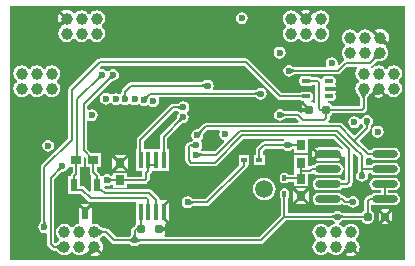
<source format=gbl>
G04*
G04 #@! TF.GenerationSoftware,Altium Limited,Altium Designer,20.1.8 (145)*
G04*
G04 Layer_Physical_Order=4*
G04 Layer_Color=16711680*
%FSTAX43Y43*%
%MOMM*%
G71*
G04*
G04 #@! TF.SameCoordinates,B34475FB-C3A6-4C53-AFA9-1BD6AB5E634D*
G04*
G04*
G04 #@! TF.FilePolarity,Positive*
G04*
G01*
G75*
%ADD12C,0.200*%
%ADD33R,0.850X0.800*%
%ADD35R,0.800X0.850*%
G04:AMPARAMS|DCode=36|XSize=0.75mm|YSize=0.6mm|CornerRadius=0.15mm|HoleSize=0mm|Usage=FLASHONLY|Rotation=90.000|XOffset=0mm|YOffset=0mm|HoleType=Round|Shape=RoundedRectangle|*
%AMROUNDEDRECTD36*
21,1,0.750,0.300,0,0,90.0*
21,1,0.450,0.600,0,0,90.0*
1,1,0.300,0.150,0.225*
1,1,0.300,0.150,-0.225*
1,1,0.300,-0.150,-0.225*
1,1,0.300,-0.150,0.225*
%
%ADD36ROUNDEDRECTD36*%
G04:AMPARAMS|DCode=43|XSize=0.4mm|YSize=0.48mm|CornerRadius=0.1mm|HoleSize=0mm|Usage=FLASHONLY|Rotation=180.000|XOffset=0mm|YOffset=0mm|HoleType=Round|Shape=RoundedRectangle|*
%AMROUNDEDRECTD43*
21,1,0.400,0.280,0,0,180.0*
21,1,0.200,0.480,0,0,180.0*
1,1,0.200,-0.100,0.140*
1,1,0.200,0.100,0.140*
1,1,0.200,0.100,-0.140*
1,1,0.200,-0.100,-0.140*
%
%ADD43ROUNDEDRECTD43*%
%ADD49C,0.300*%
%ADD50C,1.500*%
%ADD51C,1.000*%
%ADD52C,0.600*%
%ADD53R,0.500X0.400*%
G04:AMPARAMS|DCode=54|XSize=0.4mm|YSize=0.75mm|CornerRadius=0.1mm|HoleSize=0mm|Usage=FLASHONLY|Rotation=90.000|XOffset=0mm|YOffset=0mm|HoleType=Round|Shape=RoundedRectangle|*
%AMROUNDEDRECTD54*
21,1,0.400,0.550,0,0,90.0*
21,1,0.200,0.750,0,0,90.0*
1,1,0.200,0.275,0.100*
1,1,0.200,0.275,-0.100*
1,1,0.200,-0.275,-0.100*
1,1,0.200,-0.275,0.100*
%
%ADD54ROUNDEDRECTD54*%
%ADD55R,0.450X1.450*%
%ADD56R,0.600X1.100*%
%ADD57O,2.200X0.600*%
G36*
X0113253Y0090828D02*
X0079771D01*
Y0092569D01*
Y011231D01*
X0113253D01*
Y0090828D01*
D02*
G37*
%LPC*%
G36*
X0104842Y0111999D02*
X0104645Y0111973D01*
X0104462Y0111897D01*
X0104406Y0111855D01*
X0104932Y0111329D01*
X0104752Y0111149D01*
X0104191Y011171D01*
X0104093D01*
X0104071Y0111738D01*
X0103925Y011185D01*
X0103755Y0111921D01*
X0103572Y0111945D01*
X0103389Y0111921D01*
X0103219Y011185D01*
X0103073Y0111738D01*
X010296Y0111592D01*
X010289Y0111422D01*
X0102866Y0111239D01*
X010289Y0111056D01*
X010296Y0110886D01*
X0103073Y011074D01*
X0103147Y0110682D01*
Y0110525D01*
X0103073Y0110468D01*
X010296Y0110322D01*
X010289Y0110152D01*
X0102866Y0109969D01*
X010289Y0109786D01*
X010296Y0109616D01*
X0103073Y010947D01*
X0103219Y0109357D01*
X0103389Y0109287D01*
X0103572Y0109263D01*
X0103755Y0109287D01*
X0103925Y0109357D01*
X0104071Y010947D01*
X0104128Y0109544D01*
X0104285D01*
X0104343Y010947D01*
X0104489Y0109357D01*
X0104659Y0109287D01*
X0104842Y0109263D01*
X0105025Y0109287D01*
X0105195Y0109357D01*
X0105341Y010947D01*
X0105398Y0109544D01*
X0105555D01*
X0105613Y010947D01*
X0105759Y0109357D01*
X0105929Y0109287D01*
X0106112Y0109263D01*
X0106295Y0109287D01*
X0106465Y0109357D01*
X0106611Y010947D01*
X0106723Y0109616D01*
X0106794Y0109786D01*
X0106818Y0109969D01*
X0106794Y0110152D01*
X0106723Y0110322D01*
X0106611Y0110468D01*
X0106537Y0110525D01*
Y0110682D01*
X0106611Y011074D01*
X0106723Y0110886D01*
X0106794Y0111056D01*
X0106818Y0111239D01*
X0106794Y0111422D01*
X0106723Y0111592D01*
X0106611Y0111738D01*
X0106465Y011185D01*
X0106295Y0111921D01*
X0106112Y0111945D01*
X0105929Y0111921D01*
X0105759Y011185D01*
X0105613Y0111738D01*
X0105591Y011171D01*
X0105431D01*
X010538Y0111777D01*
X0105222Y0111897D01*
X0105039Y0111973D01*
X0104842Y0111999D01*
D02*
G37*
G36*
X0084572D02*
X0084375Y0111973D01*
X0084192Y0111897D01*
X0084136Y0111855D01*
X0084662Y0111329D01*
X0084482Y0111149D01*
X0083956Y0111675D01*
X0083913Y0111619D01*
X0083837Y0111436D01*
X0083811Y0111239D01*
X0083837Y0111042D01*
X0083913Y0110859D01*
X0084034Y0110701D01*
X0084101Y011065D01*
Y011049D01*
X0084073Y0110468D01*
X008396Y0110322D01*
X008389Y0110152D01*
X0083866Y0109969D01*
X008389Y0109786D01*
X008396Y0109616D01*
X0084073Y010947D01*
X0084219Y0109357D01*
X0084389Y0109287D01*
X0084572Y0109263D01*
X0084755Y0109287D01*
X0084925Y0109357D01*
X0085071Y010947D01*
X0085128Y0109544D01*
X0085285D01*
X0085343Y010947D01*
X0085489Y0109357D01*
X0085659Y0109287D01*
X0085842Y0109263D01*
X0086025Y0109287D01*
X0086195Y0109357D01*
X0086341Y010947D01*
X0086398Y0109544D01*
X0086555D01*
X0086613Y010947D01*
X0086759Y0109357D01*
X0086929Y0109287D01*
X0087112Y0109263D01*
X0087295Y0109287D01*
X0087465Y0109357D01*
X0087611Y010947D01*
X0087723Y0109616D01*
X0087794Y0109786D01*
X0087818Y0109969D01*
X0087794Y0110152D01*
X0087723Y0110322D01*
X0087611Y0110468D01*
X0087537Y0110525D01*
Y0110682D01*
X0087611Y011074D01*
X0087723Y0110886D01*
X0087794Y0111056D01*
X0087818Y0111239D01*
X0087794Y0111422D01*
X0087723Y0111592D01*
X0087611Y0111738D01*
X0087465Y011185D01*
X0087295Y0111921D01*
X0087112Y0111945D01*
X0086929Y0111921D01*
X0086759Y011185D01*
X0086613Y0111738D01*
X0086555Y0111664D01*
X0086398D01*
X0086341Y0111738D01*
X0086195Y011185D01*
X0086025Y0111921D01*
X0085842Y0111945D01*
X0085659Y0111921D01*
X0085489Y011185D01*
X0085343Y0111738D01*
X0085321Y011171D01*
X0085161D01*
X008511Y0111777D01*
X0084952Y0111897D01*
X0084769Y0111973D01*
X0084572Y0111999D01*
D02*
G37*
G36*
X0099412Y0111784D02*
X0099217Y0111745D01*
X0099051Y0111634D01*
X0098941Y0111469D01*
X0098902Y0111274D01*
X0098941Y0111079D01*
X0099051Y0110913D01*
X0099217Y0110803D01*
X0099412Y0110764D01*
X0099607Y0110803D01*
X0099772Y0110913D01*
X0099883Y0111079D01*
X0099922Y0111274D01*
X0099883Y0111469D01*
X0099772Y0111634D01*
X0099607Y0111745D01*
X0099412Y0111784D01*
D02*
G37*
G36*
X0109842Y0110325D02*
X0109659Y0110301D01*
X0109489Y011023D01*
X0109343Y0110118D01*
X0109285Y0110044D01*
X0109128D01*
X0109071Y0110118D01*
X0108925Y011023D01*
X0108755Y0110301D01*
X0108572Y0110325D01*
X0108389Y0110301D01*
X0108219Y011023D01*
X0108073Y0110118D01*
X010796Y0109972D01*
X010789Y0109802D01*
X0107866Y0109619D01*
X010789Y0109436D01*
X010796Y0109266D01*
X0108073Y010912D01*
X0108147Y0109062D01*
Y0108905D01*
X0108073Y0108848D01*
X010796Y0108702D01*
X010789Y0108532D01*
X0107866Y0108349D01*
X010789Y0108166D01*
X010796Y0107996D01*
X0108052Y0107876D01*
X0108057Y0107851D01*
X0108049Y0107778D01*
X0108031Y0107722D01*
X0107976Y0107685D01*
X0107976Y0107685D01*
X0107624Y0107333D01*
X0107507Y0107396D01*
X0107522Y0107469D01*
X0107483Y0107664D01*
X0107372Y0107829D01*
X0107207Y010794D01*
X0107012Y0107979D01*
X0106817Y010794D01*
X0106651Y0107829D01*
X0106541Y0107664D01*
X0106502Y0107469D01*
X0106541Y0107274D01*
X0106566Y0107237D01*
X0106506Y0107125D01*
X0103852D01*
X0103843Y0107127D01*
X0103834Y0107129D01*
X0103825Y0107133D01*
X0103815Y0107138D01*
X0103805Y0107144D01*
X0103795Y0107151D01*
X0103787Y0107158D01*
X0103772Y0107179D01*
X0103607Y010729D01*
X0103412Y0107329D01*
X0103217Y010729D01*
X0103051Y0107179D01*
X0102941Y0107014D01*
X0102902Y0106819D01*
X0102941Y0106624D01*
X0103051Y0106458D01*
X0103217Y0106348D01*
X0103412Y0106309D01*
X0103607Y0106348D01*
X0103772Y0106458D01*
X0103787Y010648D01*
X0103795Y0106487D01*
X0103805Y0106494D01*
X0103815Y01065D01*
X0103825Y0106505D01*
X0103834Y0106508D01*
X0103843Y0106511D01*
X0103852Y0106513D01*
X0107542D01*
X0107542Y0106513D01*
X0107659Y0106536D01*
X0107758Y0106603D01*
X0108319Y0107163D01*
X0109127D01*
X0109185Y0107036D01*
X0109107Y0106934D01*
X0109036Y0106764D01*
X0109012Y0106581D01*
X0109036Y0106398D01*
X0109107Y0106228D01*
X0109219Y0106082D01*
X0109293Y0106025D01*
Y0105867D01*
X0109219Y010581D01*
X0109107Y0105664D01*
X0109036Y0105494D01*
X0109012Y0105311D01*
X0109036Y0105128D01*
X0109107Y0104958D01*
X0109219Y0104812D01*
X010923Y0104804D01*
X0109304Y0104724D01*
X0109334Y0104688D01*
X0109359Y0104653D01*
X0109379Y0104621D01*
X0109394Y0104593D01*
X0109404Y0104569D01*
X010941Y0104549D01*
X0109412Y0104537D01*
Y0103846D01*
X0107053D01*
X0107041Y0103901D01*
X0106964Y0104017D01*
X0106848Y0104094D01*
X0106712Y0104122D01*
X0106717Y0104247D01*
X0107037D01*
X0107154Y010427D01*
X0107253Y0104336D01*
X0107319Y0104435D01*
X0107343Y0104553D01*
Y0104753D01*
X0107319Y010487D01*
X0107275Y0104936D01*
X0107292Y0104947D01*
X010737Y0105064D01*
X0107398Y0105203D01*
Y0105403D01*
X010737Y0105541D01*
X0107292Y0105658D01*
X0107275Y0105669D01*
X0107319Y0105735D01*
X0107343Y0105853D01*
Y0106053D01*
X0107319Y010617D01*
X0107253Y0106269D01*
X0107154Y0106335D01*
X0107037Y0106358D01*
X0106487D01*
X010637Y0106335D01*
X0106271Y0106269D01*
X0106204Y010617D01*
X0106202Y0106158D01*
X0106064Y0106116D01*
X0106011Y0106169D01*
X0105912Y0106235D01*
X0105795Y0106258D01*
X0105795Y0106258D01*
X010536D01*
X0105353Y0106269D01*
X0105254Y0106335D01*
X0105137Y0106358D01*
X0104587D01*
X010447Y0106335D01*
X0104371Y0106269D01*
X0104304Y010617D01*
X0104281Y0106053D01*
Y0105853D01*
X0104304Y0105735D01*
X0104371Y0105636D01*
X010447Y010557D01*
X0104587Y0105547D01*
X0105137D01*
X0105254Y010557D01*
X0105353Y0105636D01*
X010536Y0105647D01*
X0105606D01*
Y0104128D01*
X0105566Y01041D01*
X0105479Y0104072D01*
X0105369Y0104145D01*
X0105299Y0104159D01*
X0105299Y010416D01*
X0105286Y0104291D01*
X0105353Y0104336D01*
X0105419Y0104435D01*
X0105443Y0104553D01*
Y0104753D01*
X0105419Y010487D01*
X0105353Y0104969D01*
X0105254Y0105035D01*
X0105137Y0105058D01*
X0104587D01*
X010447Y0105035D01*
X0104371Y0104969D01*
X0104364Y0104958D01*
X0102797D01*
X009997Y0107785D01*
X0099871Y0107851D01*
X0099754Y0107875D01*
X0099754Y0107875D01*
X00874D01*
X0087282Y0107851D01*
X0087183Y0107785D01*
X0084779Y0105381D01*
X0084713Y0105282D01*
X008469Y0105165D01*
X008469Y0105165D01*
Y0101103D01*
X0082471Y0098884D01*
X0082404Y0098785D01*
X0082381Y0098668D01*
X0082381Y0098668D01*
Y0094034D01*
X0082379Y0094025D01*
X0082376Y0094016D01*
X0082373Y0094007D01*
X0082368Y0093997D01*
X0082362Y0093987D01*
X0082355Y0093977D01*
X0082348Y0093969D01*
X0082326Y0093954D01*
X0082216Y0093789D01*
X0082177Y0093594D01*
X0082216Y0093399D01*
X0082326Y0093233D01*
X0082492Y0093123D01*
X0082687Y0093084D01*
X0082779Y0093102D01*
X0082906Y0092998D01*
Y0092169D01*
X0082906Y0092169D01*
X0082929Y0092052D01*
X0082996Y0091953D01*
X0083266Y0091683D01*
X0083365Y0091616D01*
X0083482Y0091593D01*
X0083482Y0091593D01*
X0083618D01*
X008363Y0091591D01*
X008365Y0091584D01*
X0083674Y0091574D01*
X0083702Y0091559D01*
X0083734Y009154D01*
X0083767Y0091516D01*
X0083848Y0091446D01*
X0083883Y0091412D01*
X0083893Y00914D01*
X0084039Y0091287D01*
X0084209Y0091217D01*
X0084392Y0091193D01*
X0084575Y0091217D01*
X0084745Y0091287D01*
X0084891Y00914D01*
X0084948Y0091474D01*
X0085105D01*
X0085163Y00914D01*
X0085309Y0091287D01*
X0085479Y0091217D01*
X0085662Y0091193D01*
X0085845Y0091217D01*
X0086015Y0091287D01*
X0086161Y00914D01*
X0086183Y0091428D01*
X0086326D01*
X0086337Y0091439D01*
X0086363Y0091475D01*
X0086386Y0091513D01*
X0086405Y0091553D01*
X008642Y0091595D01*
X0086431Y0091639D01*
X0086438Y0091686D01*
X0086441Y0091734D01*
X008644Y0091785D01*
X0086436Y0091838D01*
X0086983Y0091401D01*
X0086927Y0091394D01*
X0086823Y0091373D01*
X0086775Y0091358D01*
X008673Y0091341D01*
X0086687Y0091322D01*
X0086647Y00913D01*
X008661Y0091275D01*
X0086575Y0091248D01*
X0086562Y0091236D01*
X0086735Y0091164D01*
X0086932Y0091138D01*
X0087129Y0091164D01*
X0087312Y009124D01*
X0087368Y0091283D01*
X0086842Y0091809D01*
X0087022Y0091989D01*
X0087548Y0091463D01*
X008759Y0091519D01*
X0087666Y0091702D01*
X0087692Y0091899D01*
X0087666Y0092096D01*
X008759Y0092279D01*
X008747Y0092437D01*
X0087403Y0092488D01*
Y0092648D01*
X0087431Y009267D01*
X0087439Y009268D01*
X0087519Y0092755D01*
X0087555Y0092784D01*
X008759Y009281D01*
X0087621Y0092829D01*
X008765Y0092844D01*
X0087674Y0092854D01*
X0087694Y0092861D01*
X0087706Y0092863D01*
X0087785D01*
X0088396Y0092253D01*
X0088495Y0092186D01*
X0088612Y0092163D01*
X0089896D01*
X0089905Y0092161D01*
X0089914Y0092158D01*
X0089923Y0092155D01*
X0089933Y009215D01*
X0089943Y0092144D01*
X0089953Y0092137D01*
X0089961Y009213D01*
X0089976Y0092108D01*
X0090141Y0091998D01*
X0090336Y0091959D01*
X0090531Y0091998D01*
X0090697Y0092108D01*
X0090711Y009213D01*
X0090719Y0092137D01*
X009073Y0092144D01*
X009074Y009215D01*
X0090749Y0092155D01*
X0090758Y0092158D01*
X0090767Y0092161D01*
X0090777Y0092163D01*
X0101012D01*
X0101012Y0092163D01*
X0101129Y0092186D01*
X0101228Y0092253D01*
X0103138Y0094163D01*
X0107062D01*
X010707Y0094161D01*
X0107077Y0094159D01*
X0107084Y0094156D01*
X0107091Y0094152D01*
X0107098Y0094147D01*
X0107106Y0094141D01*
X0107115Y0094132D01*
X010713Y0094116D01*
X010713Y0094116D01*
X0107151Y0094084D01*
X0107287Y0093993D01*
X0107271Y0093864D01*
X0107271Y0093863D01*
X0107179Y0093851D01*
X0107009Y009378D01*
X0106863Y0093668D01*
X0106805Y0093594D01*
X0106648D01*
X0106591Y0093668D01*
X0106445Y009378D01*
X0106275Y0093851D01*
X0106092Y0093875D01*
X0105909Y0093851D01*
X0105739Y009378D01*
X0105593Y0093668D01*
X010548Y0093522D01*
X010541Y0093352D01*
X0105386Y0093169D01*
X010541Y0092986D01*
X010548Y0092816D01*
X0105593Y009267D01*
X0105667Y0092612D01*
Y0092455D01*
X0105593Y0092398D01*
X010548Y0092252D01*
X010541Y0092082D01*
X0105386Y0091899D01*
X010541Y0091716D01*
X010548Y0091546D01*
X0105593Y00914D01*
X0105739Y0091287D01*
X0105909Y0091217D01*
X0106092Y0091193D01*
X0106275Y0091217D01*
X0106445Y0091287D01*
X0106591Y00914D01*
X0106648Y0091474D01*
X0106805D01*
X0106863Y00914D01*
X0107009Y0091287D01*
X0107179Y0091217D01*
X0107362Y0091193D01*
X0107545Y0091217D01*
X0107715Y0091287D01*
X0107861Y00914D01*
X0107883Y0091428D01*
X0108014D01*
X010796Y0091491D01*
X0107989Y0091523D01*
X0108016Y0091558D01*
X010804Y0091595D01*
X0108062Y0091635D01*
X0108081Y0091678D01*
X0108096Y0091723D01*
X010811Y0091771D01*
X010812Y0091822D01*
X0108128Y0091875D01*
X0108133Y009193D01*
X010859Y0091401D01*
X0108537Y0091403D01*
X0108485Y0091402D01*
X0108436Y0091398D01*
X0108389Y0091389D01*
X0108345Y0091377D01*
X0108302Y0091362D01*
X0108262Y0091342D01*
X0108225Y0091319D01*
X0108189Y0091293D01*
X0108186Y009129D01*
X0108252Y009124D01*
X0108435Y0091164D01*
X0108632Y0091138D01*
X0108829Y0091164D01*
X0109012Y009124D01*
X0109068Y0091283D01*
X0108542Y0091809D01*
X0108722Y0091989D01*
X0109248Y0091463D01*
X010929Y0091519D01*
X0109366Y0091702D01*
X0109392Y0091899D01*
X0109366Y0092096D01*
X010929Y0092279D01*
X010917Y0092437D01*
X0109103Y0092488D01*
Y0092648D01*
X0109131Y009267D01*
X0109243Y0092816D01*
X0109314Y0092986D01*
X0109338Y0093169D01*
X0109314Y0093352D01*
X0109243Y0093522D01*
X0109131Y0093668D01*
X0108985Y009378D01*
X0108815Y0093851D01*
X0108632Y0093875D01*
X0108449Y0093851D01*
X0108279Y009378D01*
X0108133Y0093668D01*
X0108075Y0093594D01*
X0107918D01*
X0107861Y0093668D01*
X0107715Y009378D01*
X0107608Y0093824D01*
X0107621Y0093956D01*
X0107707Y0093974D01*
X0107872Y0094084D01*
X0107894Y0094116D01*
X0107894Y0094116D01*
X0107909Y0094132D01*
X0107917Y0094141D01*
X0107925Y0094147D01*
X0107933Y0094152D01*
X010794Y0094156D01*
X0107947Y0094159D01*
X0107954Y0094161D01*
X0107961Y0094163D01*
X0109571D01*
X0109582Y0094107D01*
X0109659Y0093991D01*
X0109775Y0093914D01*
X0109912Y0093887D01*
X0110212D01*
X0110348Y0093914D01*
X0110464Y0093991D01*
X0110541Y0094107D01*
X0110569Y0094244D01*
Y0094694D01*
X0110541Y009483D01*
X0110464Y0094946D01*
X0110368Y0095011D01*
Y0095458D01*
X011048Y0095518D01*
X0110517Y0095493D01*
X0110712Y0095454D01*
X0112312D01*
X0112507Y0095493D01*
X0112672Y0095603D01*
X0112783Y0095769D01*
X0112822Y0095964D01*
X0112783Y0096159D01*
X0112672Y0096324D01*
X0112507Y0096435D01*
X0112312Y0096474D01*
X0111818D01*
Y0096724D01*
X0112312D01*
X0112507Y0096763D01*
X0112672Y0096873D01*
X0112783Y0097039D01*
X0112822Y0097234D01*
X0112783Y0097429D01*
X0112672Y0097594D01*
X0112507Y0097705D01*
X0112312Y0097744D01*
X0110712D01*
X0110517Y0097705D01*
X0110351Y0097594D01*
X0110241Y0097429D01*
X0110202Y0097234D01*
X0110241Y0097039D01*
X0110351Y0096873D01*
X0110517Y0096763D01*
X0110712Y0096724D01*
X0111206D01*
Y0096474D01*
X0110712D01*
X0110517Y0096435D01*
X0110351Y0096324D01*
X0110315Y009627D01*
X0110238D01*
X0110238Y009627D01*
X011012Y0096246D01*
X0110021Y009618D01*
X0110021Y009618D01*
X0109846Y0096004D01*
X0109779Y0095905D01*
X0109756Y0095788D01*
X0109756Y0095788D01*
Y0095011D01*
X0109659Y0094946D01*
X0109582Y009483D01*
X0109571Y0094775D01*
X0107941D01*
X010793Y0094777D01*
X0107918Y009478D01*
X0107907Y0094784D01*
X0107895Y0094789D01*
X0107883Y0094796D01*
X0107875Y00948D01*
X0107872Y0094805D01*
X0107842Y0094825D01*
X0107837Y0094829D01*
X0107832Y0094832D01*
X0107707Y0094916D01*
X0107512Y0094954D01*
X0107317Y0094916D01*
X0107192Y0094832D01*
X0107186Y0094829D01*
X0107181Y0094825D01*
X0107151Y0094805D01*
X0107148Y00948D01*
X0107141Y0094796D01*
X0107128Y0094789D01*
X0107117Y0094784D01*
X0107105Y009478D01*
X0107094Y0094777D01*
X0107083Y0094775D01*
X0103318D01*
Y0096046D01*
X0103328Y0096053D01*
X0103394Y0096152D01*
X0103418Y0096269D01*
Y0096549D01*
X0103394Y0096666D01*
X0103328Y0096765D01*
X0103229Y0096831D01*
X0103112Y0096855D01*
X0102912D01*
X0102795Y0096831D01*
X0102696Y0096765D01*
X0102629Y0096666D01*
X0102606Y0096549D01*
Y0096269D01*
X0102629Y0096152D01*
X0102696Y0096053D01*
X0102706Y0096046D01*
Y0094595D01*
X0100885Y0092775D01*
X0092881D01*
X0092867Y0092792D01*
X0092825Y0092902D01*
X0092892Y0093002D01*
X0092924Y009316D01*
Y009361D01*
X0092893Y0093763D01*
X0092891Y0093785D01*
X0092958Y009389D01*
X0093086D01*
X0092697Y0094279D01*
X0092877Y0094459D01*
X0093266Y0094069D01*
Y0095668D01*
X0092877Y0095279D01*
X0092697Y0095459D01*
X0093086Y0095848D01*
X0092443D01*
Y0095919D01*
X0092419Y0096036D01*
X0092353Y0096135D01*
X0091803Y0096685D01*
X0091704Y0096751D01*
X0091587Y0096775D01*
X0091587Y0096775D01*
X0087913D01*
X0087728Y009696D01*
X0087709Y0096973D01*
X008771Y0097D01*
X0087728Y0097021D01*
X0087841Y0097088D01*
X0087987Y0097059D01*
X0088182Y0097098D01*
X0088347Y0097208D01*
X0088397Y0097209D01*
X0088512Y0097096D01*
Y0096919D01*
X0089712D01*
Y0097238D01*
X009117D01*
X009117Y0097238D01*
X0091287Y0097261D01*
X0091386Y0097328D01*
X0091503Y0097445D01*
X0091503Y0097445D01*
X0091569Y0097544D01*
X0091593Y0097661D01*
X0091593Y0097661D01*
Y0098014D01*
X0091703Y0098125D01*
X0091703Y0098125D01*
X0091769Y0098224D01*
X0091793Y0098341D01*
X0091913Y0098344D01*
X0093212D01*
Y0100194D01*
X0093093D01*
Y0101117D01*
X0094317Y0102341D01*
X0094325Y0102346D01*
X0094333Y0102351D01*
X0094342Y0102355D01*
X0094352Y0102358D01*
X0094363Y0102361D01*
X0094376Y0102363D01*
X0094386Y0102364D01*
X0094412Y0102359D01*
X0094607Y0102398D01*
X0094772Y0102508D01*
X0094883Y0102674D01*
X0094922Y0102869D01*
X0094883Y0103064D01*
X00948Y0103188D01*
X0094808Y0103339D01*
X0094816Y0103353D01*
X0094925Y0103516D01*
X0094964Y0103711D01*
X0094925Y0103906D01*
X0094814Y0104071D01*
X0094649Y0104182D01*
X0094454Y0104221D01*
X0094259Y0104182D01*
X0094093Y0104071D01*
X0094079Y010405D01*
X0094071Y0104043D01*
X009406Y0104035D01*
X009405Y010403D01*
X0094041Y0104025D01*
X0094032Y0104021D01*
X0094022Y0104019D01*
X0094013Y0104017D01*
X0093554D01*
X0093554Y0104017D01*
X0093437Y0103993D01*
X0093337Y0103927D01*
X0093337Y0103927D01*
X0090596Y0101185D01*
X0090529Y0101086D01*
X0090506Y0100969D01*
X0090506Y0100969D01*
Y0100194D01*
X0090412D01*
Y0098344D01*
X009092D01*
X0090996Y0098217D01*
X0090981Y0098141D01*
X0090981Y0098141D01*
Y009785D01*
X0089712D01*
Y0098169D01*
X0088512D01*
Y0098041D01*
X0088397Y0097929D01*
X0088347Y0097929D01*
X0088182Y009804D01*
X0087987Y0098079D01*
X0087792Y009804D01*
X0087626Y0097929D01*
X0087603Y0097894D01*
X0087418D01*
Y0097944D01*
X0087394Y0098061D01*
X0087328Y009816D01*
X0087143Y0098345D01*
Y0098669D01*
X0087462D01*
Y0099869D01*
X0086669D01*
X0086318Y010022D01*
Y0102578D01*
X0086445Y0102646D01*
X0086517Y0102598D01*
X0086712Y0102559D01*
X0086907Y0102598D01*
X0087072Y0102708D01*
X0087183Y0102874D01*
X0087222Y0103069D01*
X0087183Y0103264D01*
X0087072Y0103429D01*
X0086907Y010354D01*
X0086712Y0103579D01*
X0086517Y010354D01*
X0086445Y0103492D01*
X0086318Y010356D01*
Y0103842D01*
X0088417Y0105941D01*
X0088425Y0105946D01*
X0088433Y0105951D01*
X0088442Y0105955D01*
X0088452Y0105958D01*
X0088463Y0105961D01*
X0088476Y0105963D01*
X0088486Y0105964D01*
X0088512Y0105959D01*
X0088707Y0105998D01*
X0088872Y0106108D01*
X0088983Y0106274D01*
X0089022Y0106469D01*
X0088983Y0106664D01*
X0088872Y0106829D01*
X0088707Y010694D01*
X0088512Y0106979D01*
X0088317Y010694D01*
X0088151Y0106829D01*
X0088106Y0106762D01*
X0087953D01*
X0087915Y0106819D01*
X008775Y0106929D01*
X0087555Y0106968D01*
X0087494Y0106956D01*
X0087352Y0107057D01*
X0087349Y0107085D01*
X0087526Y0107263D01*
X0099627D01*
X0102454Y0104436D01*
X0102454Y0104436D01*
X0102553Y010437D01*
X010267Y0104347D01*
X010267Y0104347D01*
X0104364D01*
X0104371Y0104336D01*
X010447Y010427D01*
X0104587Y0104247D01*
X0104677D01*
X0104707Y010415D01*
X0105152Y0103705D01*
X0104972Y0103525D01*
X0104549Y0103948D01*
X0104531Y0103922D01*
X01045Y0103765D01*
Y0103323D01*
X0104482Y0103307D01*
X0104381Y0103262D01*
X0104341Y0103302D01*
X0104241Y0103368D01*
X0104124Y0103392D01*
X0104124Y0103392D01*
X010307D01*
X010306Y0103394D01*
X0103051Y0103396D01*
X0103042Y01034D01*
X0103033Y0103405D01*
X0103023Y0103411D01*
X0103012Y0103418D01*
X0103004Y0103425D01*
X010299Y0103446D01*
X0102824Y0103557D01*
X0102629Y0103596D01*
X0102434Y0103557D01*
X0102269Y0103446D01*
X0102158Y0103281D01*
X0102119Y0103086D01*
X0102158Y0102891D01*
X0102269Y0102725D01*
X0102434Y0102615D01*
X0102629Y0102576D01*
X0102824Y0102615D01*
X010299Y0102725D01*
X0103004Y0102747D01*
X0103012Y0102754D01*
X0103023Y0102761D01*
X0103033Y0102767D01*
X0103042Y0102772D01*
X0103051Y0102775D01*
X010306Y0102778D01*
X010307Y010278D01*
X0103998D01*
X0104226Y0102552D01*
X0104173Y0102425D01*
X0096386D01*
X0096269Y0102401D01*
X0096169Y0102335D01*
X0096169Y0102335D01*
X0095719Y0101885D01*
X0095711Y0101879D01*
X0095703Y0101875D01*
X0095694Y0101871D01*
X0095684Y0101868D01*
X0095672Y0101865D01*
X009566Y0101863D01*
X0095649Y0101862D01*
X0095624Y0101867D01*
X0095429Y0101828D01*
X0095263Y0101717D01*
X0095153Y0101552D01*
X0095114Y0101357D01*
X0095153Y0101162D01*
X0095263Y0100996D01*
Y0100894D01*
X0095206Y0100855D01*
X0095192Y0100834D01*
X0095183Y0100827D01*
X0095173Y010082D01*
X0095163Y0100814D01*
X0095154Y0100809D01*
X0095144Y0100805D01*
X0095135Y0100803D01*
X0095126Y0100801D01*
X0095034D01*
X0095034Y0100801D01*
X0094917Y0100777D01*
X0094817Y0100711D01*
X0094713Y0100607D01*
X0094646Y0100507D01*
X0094623Y010039D01*
X0094623Y010039D01*
Y0099252D01*
X0094623Y0099252D01*
X0094646Y0099135D01*
X0094713Y0099035D01*
X0094916Y0098833D01*
X0094916Y0098833D01*
X0095015Y0098766D01*
X0095132Y0098743D01*
X0097097D01*
X0097097Y0098743D01*
X0097214Y0098766D01*
X0097313Y0098833D01*
X0099532Y0101051D01*
X0102966D01*
X0103005Y0100924D01*
X0102966Y0100898D01*
X0102952Y0100877D01*
X0102944Y010087D01*
X0102933Y0100862D01*
X0102924Y0100856D01*
X0102914Y0100852D01*
X0102905Y0100848D01*
X0102896Y0100845D01*
X0102886Y0100843D01*
X0101296D01*
X0101296Y0100843D01*
X0101179Y010082D01*
X010108Y0100754D01*
X010108Y0100754D01*
X0100669Y0100343D01*
X0100603Y0100243D01*
X0100579Y0100126D01*
X0100579Y0100126D01*
Y0099669D01*
X0100435D01*
Y0098869D01*
X0101335D01*
Y0099669D01*
X0101191D01*
Y01D01*
X0101423Y0100232D01*
X0102886D01*
X0102896Y010023D01*
X0102905Y0100227D01*
X0102914Y0100223D01*
X0102924Y0100219D01*
X0102933Y0100213D01*
X0102944Y0100205D01*
X0102952Y0100199D01*
X0102966Y0100177D01*
X0103132Y0100067D01*
X0103327Y0100028D01*
X0103522Y0100067D01*
X0103685Y0100175D01*
X0103756Y0100162D01*
X0103784Y0100156D01*
X0103785Y0100155D01*
X0103794Y0100147D01*
X01038Y0100141D01*
X0103804Y0100136D01*
X0103806Y0100132D01*
X0103812Y010012D01*
Y0099874D01*
X0105012D01*
Y0101051D01*
X0107197D01*
X0107944Y0100304D01*
X0107863Y0100205D01*
X0107856Y010021D01*
X0107728Y0100296D01*
X0107512Y0100339D01*
X0105912D01*
X0105696Y0100296D01*
X010562Y0100245D01*
X0106002Y0099864D01*
X0105912Y0099774D01*
X0106002Y0099684D01*
X010562Y0099302D01*
X0105696Y0099252D01*
X0105912Y0099209D01*
X0107512D01*
X0107728Y0099252D01*
X0107804Y0099302D01*
X0107422Y0099684D01*
X0107602Y0099864D01*
X0107983Y0099482D01*
X0108034Y0099558D01*
X0108049Y0099634D01*
X0108176Y0099622D01*
Y009754D01*
X0107909D01*
X0107872Y0097594D01*
X0107707Y0097705D01*
X0107512Y0097744D01*
X0105912D01*
X0105717Y0097705D01*
X0105551Y0097594D01*
X0105441Y0097429D01*
X0105402Y0097234D01*
X0105441Y0097039D01*
X0105551Y0096873D01*
X0105717Y0096763D01*
X0105912Y0096724D01*
X0107512D01*
X0107707Y0096763D01*
X0107872Y0096873D01*
X0107909Y0096928D01*
X0108335D01*
X0108335Y0096928D01*
X0108452Y0096951D01*
X0108552Y0097018D01*
X0108698Y0097164D01*
X0108698Y0097164D01*
X0108764Y0097263D01*
X0108788Y009738D01*
Y0099834D01*
X0108915Y0099887D01*
X0109281Y0099521D01*
Y0098359D01*
X0109279Y009835D01*
X0109276Y0098341D01*
X0109273Y0098332D01*
X0109268Y0098322D01*
X0109262Y0098312D01*
X0109255Y0098302D01*
X0109248Y0098294D01*
X0109226Y0098279D01*
X0109116Y0098114D01*
X0109077Y0097919D01*
X0109116Y0097724D01*
X0109226Y0097558D01*
X0109392Y0097448D01*
X0109587Y0097409D01*
X0109782Y0097448D01*
X0109947Y0097558D01*
X0110058Y0097724D01*
X0110097Y0097919D01*
X0110066Y0098071D01*
X0110143Y0098198D01*
X0110315D01*
X0110351Y0098143D01*
X0110517Y0098033D01*
X0110712Y0097994D01*
X0112312D01*
X0112507Y0098033D01*
X0112672Y0098143D01*
X0112783Y0098309D01*
X0112822Y0098504D01*
X0112783Y0098699D01*
X0112672Y0098864D01*
X0112507Y0098975D01*
X0112312Y0099014D01*
X0110712D01*
X0110517Y0098975D01*
X0110351Y0098864D01*
X0110315Y009881D01*
X0109893D01*
Y0099385D01*
X011002Y0099476D01*
X0110062Y0099468D01*
X0110315D01*
X0110351Y0099413D01*
X0110517Y0099303D01*
X0110712Y0099264D01*
X0112312D01*
X0112507Y0099303D01*
X0112672Y0099413D01*
X0112783Y0099579D01*
X0112822Y0099774D01*
X0112783Y0099969D01*
X0112672Y0100134D01*
X0112507Y0100245D01*
X0112312Y0100284D01*
X0110712D01*
X0110517Y0100245D01*
X0110351Y0100134D01*
X0110315Y010008D01*
X0110188D01*
X0109369Y0100899D01*
X0110228Y0101758D01*
X0110228Y0101758D01*
X0110294Y0101857D01*
X0110318Y0101974D01*
X0110318Y0101974D01*
Y0102128D01*
X011032Y0102138D01*
X0110322Y0102147D01*
X0110326Y0102156D01*
X0110331Y0102165D01*
X0110337Y0102175D01*
X0110344Y0102186D01*
X0110351Y0102194D01*
X0110372Y0102208D01*
X0110483Y0102374D01*
X0110522Y0102569D01*
X0110483Y0102764D01*
X0110372Y0102929D01*
X0110207Y010304D01*
X0110012Y0103079D01*
X0109817Y010304D01*
X0109651Y0102929D01*
X0109541Y0102764D01*
X0109527Y0102696D01*
X0109472Y0102681D01*
X0109395Y0102683D01*
X0109297Y0102829D01*
X0109132Y010294D01*
X0108937Y0102979D01*
X0108742Y010294D01*
X0108576Y0102829D01*
X0108466Y0102664D01*
X0108427Y0102469D01*
X0108466Y0102274D01*
X0108576Y0102108D01*
X0108742Y0101998D01*
X0108937Y0101959D01*
X0109132Y0101998D01*
X0109297Y0102108D01*
X0109408Y0102274D01*
X0109421Y0102341D01*
X0109477Y0102356D01*
X0109553Y0102355D01*
X0109651Y0102208D01*
X0109655Y0102206D01*
X0109679Y0102073D01*
X0108937Y0101331D01*
X0107945Y0102323D01*
X0107846Y0102389D01*
X0107729Y0102412D01*
X0107729Y0102412D01*
X0106767D01*
X0106714Y0102539D01*
X0106778Y0102603D01*
X0106778Y0102603D01*
X0106844Y0102702D01*
X0106868Y010282D01*
X0106868Y010282D01*
Y0102998D01*
X0106964Y0103062D01*
X0107041Y0103178D01*
X0107053Y0103234D01*
X0109601D01*
X0109601Y0103234D01*
X0109718Y0103257D01*
X0109817Y0103324D01*
X0109934Y0103441D01*
X0109934Y0103441D01*
X0110001Y010354D01*
X0110024Y0103657D01*
X0110024Y0103657D01*
Y0104537D01*
X0110026Y0104549D01*
X0110032Y0104569D01*
X0110043Y0104593D01*
X0110057Y0104621D01*
X0110077Y0104653D01*
X0110101Y0104686D01*
X0110171Y0104768D01*
X0110205Y0104802D01*
X0110217Y0104812D01*
X0110239Y010484D01*
X0110349D01*
X0110347Y0104842D01*
X0110377Y0104876D01*
X0110404Y0104911D01*
X0110427Y0104949D01*
X0110447Y0104989D01*
X0110463Y0105032D01*
X0110475Y0105076D01*
X0110484Y0105123D01*
X0110489Y0105173D01*
X0110491Y0105224D01*
X0110489Y0105278D01*
X0111011Y0104812D01*
X0110956Y0104808D01*
X0110903Y0104801D01*
X0110852Y0104791D01*
X0110804Y0104778D01*
X0110759Y0104763D01*
X0110717Y0104745D01*
X0110676Y0104723D01*
X0110639Y0104699D01*
X0110604Y0104672D01*
X0110594Y0104663D01*
X0110608Y0104652D01*
X0110791Y0104576D01*
X0110988Y0104551D01*
X0111185Y0104576D01*
X0111368Y0104652D01*
X0111424Y0104695D01*
X0110898Y0105221D01*
X0111078Y0105401D01*
X0111639Y010484D01*
X0111737D01*
X0111759Y0104812D01*
X0111905Y01047D01*
X0112075Y0104629D01*
X0112258Y0104605D01*
X0112441Y0104629D01*
X0112611Y01047D01*
X0112757Y0104812D01*
X011287Y0104958D01*
X011294Y0105128D01*
X0112964Y0105311D01*
X011294Y0105494D01*
X011287Y0105664D01*
X0112757Y010581D01*
X0112683Y0105867D01*
Y0106025D01*
X0112757Y0106082D01*
X011287Y0106228D01*
X011294Y0106398D01*
X0112964Y0106581D01*
X011294Y0106764D01*
X011287Y0106934D01*
X0112757Y010708D01*
X0112611Y0107193D01*
X0112441Y0107263D01*
X0112258Y0107287D01*
X0112075Y0107263D01*
X0111905Y0107193D01*
X0111759Y010708D01*
X0111702Y0107006D01*
X0111544D01*
X0111487Y010708D01*
X0111341Y0107193D01*
X0111171Y0107263D01*
X0110988Y0107287D01*
X0110805Y0107263D01*
X0110635Y0107193D01*
X0110489Y010708D01*
X0110477Y0107065D01*
X0110336Y0107066D01*
X0110339Y0107092D01*
X011038Y0107207D01*
X0110448Y0107253D01*
X0110781Y0107585D01*
X0110791Y0107592D01*
X0110809Y0107602D01*
X0110834Y0107612D01*
X0110864Y0107621D01*
X0110901Y010763D01*
X011094Y0107636D01*
X0111048Y0107644D01*
X0111096Y0107645D01*
X0111112Y0107643D01*
X0111295Y0107667D01*
X0111465Y0107737D01*
X0111611Y010785D01*
X0111723Y0107996D01*
X0111794Y0108166D01*
X0111818Y0108349D01*
X0111794Y0108532D01*
X0111723Y0108702D01*
X0111611Y0108848D01*
X0111583Y010887D01*
Y0108968D01*
X0111571Y010898D01*
X0111555Y0108963D01*
X0111521Y0108995D01*
X0111485Y0109023D01*
X0111447Y0109048D01*
X0111407Y0109069D01*
X0111366Y0109086D01*
X0111323Y01091D01*
X0111278Y010911D01*
X0111232Y0109117D01*
X0111184Y010912D01*
X0111134Y0109119D01*
X0111283Y0109268D01*
X0111022Y0109529D01*
X0110461Y011009D01*
X0110363D01*
X0110341Y0110118D01*
X0110195Y011023D01*
X0110025Y0110301D01*
X0109842Y0110325D01*
D02*
G37*
G36*
X0111112Y0110379D02*
X0110915Y0110353D01*
X0110732Y0110277D01*
X0110676Y0110235D01*
X0111202Y0109709D01*
X0111462Y0109448D01*
X0111611Y0109597D01*
X0111611Y0109547D01*
X0111614Y0109499D01*
X0111621Y0109452D01*
X0111631Y0109407D01*
X0111645Y0109364D01*
X0111662Y0109323D01*
X0111683Y0109284D01*
X0111708Y0109246D01*
X0111736Y010921D01*
X0111743Y0109202D01*
X011177Y0109239D01*
X0111846Y0109422D01*
X0111872Y0109619D01*
X0111846Y0109816D01*
X011177Y0109999D01*
X011165Y0110157D01*
X0111492Y0110277D01*
X0111309Y0110353D01*
X0111112Y0110379D01*
D02*
G37*
G36*
X0102612Y0108859D02*
X0102417Y010882D01*
X0102251Y0108709D01*
X0102141Y0108544D01*
X0102102Y0108349D01*
X0102141Y0108154D01*
X0102251Y0107988D01*
X0102417Y0107878D01*
X0102612Y0107839D01*
X0102807Y0107878D01*
X0102972Y0107988D01*
X0103083Y0108154D01*
X0103122Y0108349D01*
X0103083Y0108544D01*
X0102972Y0108709D01*
X0102807Y010882D01*
X0102612Y0108859D01*
D02*
G37*
G36*
X0083306Y0107287D02*
X0083123Y0107263D01*
X0082953Y0107193D01*
X0082807Y010708D01*
X008275Y0107006D01*
X0082592D01*
X0082535Y010708D01*
X0082389Y0107193D01*
X0082219Y0107263D01*
X0082036Y0107287D01*
X0081853Y0107263D01*
X0081683Y0107193D01*
X0081537Y010708D01*
X008148Y0107006D01*
X0081322D01*
X0081265Y010708D01*
X0081119Y0107193D01*
X0080949Y0107263D01*
X0080766Y0107287D01*
X0080583Y0107263D01*
X0080413Y0107193D01*
X0080267Y010708D01*
X0080155Y0106934D01*
X0080084Y0106764D01*
X008006Y0106581D01*
X0080084Y0106398D01*
X0080155Y0106228D01*
X0080267Y0106082D01*
X0080341Y0106025D01*
Y0105867D01*
X0080267Y010581D01*
X0080155Y0105664D01*
X0080084Y0105494D01*
X008006Y0105311D01*
X0080084Y0105128D01*
X0080155Y0104958D01*
X0080267Y0104812D01*
X0080413Y01047D01*
X0080583Y0104629D01*
X0080766Y0104605D01*
X0080949Y0104629D01*
X0081119Y01047D01*
X0081265Y0104812D01*
X0081322Y0104886D01*
X008148D01*
X0081537Y0104812D01*
X0081683Y01047D01*
X0081853Y0104629D01*
X0082036Y0104605D01*
X0082219Y0104629D01*
X0082389Y01047D01*
X0082535Y0104812D01*
X0082592Y0104886D01*
X008275D01*
X0082807Y0104812D01*
X0082953Y01047D01*
X0083123Y0104629D01*
X0083306Y0104605D01*
X0083489Y0104629D01*
X0083659Y01047D01*
X0083805Y0104812D01*
X0083918Y0104958D01*
X0083988Y0105128D01*
X0084012Y0105311D01*
X0083988Y0105494D01*
X0083918Y0105664D01*
X0083805Y010581D01*
X0083731Y0105867D01*
Y0106025D01*
X0083805Y0106082D01*
X0083918Y0106228D01*
X0083988Y0106398D01*
X0084012Y0106581D01*
X0083988Y0106764D01*
X0083918Y0106934D01*
X0083805Y010708D01*
X0083659Y0107193D01*
X0083489Y0107263D01*
X0083306Y0107287D01*
D02*
G37*
G36*
X0096512Y0106079D02*
X0096317Y010604D01*
X0096151Y0105929D01*
X0096137Y0105908D01*
X0096129Y0105901D01*
X0096118Y0105894D01*
X0096108Y0105888D01*
X0096099Y0105883D01*
X009609Y0105879D01*
X0096081Y0105877D01*
X0096071Y0105875D01*
X0090062D01*
X0090062Y0105875D01*
X0089945Y0105851D01*
X0089846Y0105785D01*
X0089845Y0105785D01*
X0089296Y0105235D01*
X0089229Y0105136D01*
X0089206Y0105019D01*
X0089206Y0105019D01*
Y0104859D01*
X0089204Y0104851D01*
X008917Y0104828D01*
X008914Y0104815D01*
X0089123Y0104811D01*
X0089067Y0104801D01*
X0088935Y010489D01*
X008874Y0104929D01*
X0088545Y010489D01*
X0088434Y0104816D01*
X0088272Y0104829D01*
X0088107Y010494D01*
X0087912Y0104979D01*
X0087717Y010494D01*
X0087551Y0104829D01*
X0087441Y0104664D01*
X0087402Y0104469D01*
X0087441Y0104274D01*
X0087551Y0104108D01*
X0087717Y0103998D01*
X0087912Y0103959D01*
X0088107Y0103998D01*
X0088272Y0104108D01*
X0088388Y0104053D01*
X0088545Y0103948D01*
X008874Y0103909D01*
X0088935Y0103948D01*
X00891Y0104058D01*
X0089151D01*
X0089317Y0103948D01*
X0089512Y0103909D01*
X0089707Y0103948D01*
X0089838Y0104036D01*
X0089924Y010405D01*
X009001Y0104036D01*
X0090141Y0103948D01*
X0090336Y0103909D01*
X0090531Y0103948D01*
X0090593Y0103989D01*
X0090751Y0103981D01*
X0090917Y010387D01*
X0091112Y0103831D01*
X0091307Y010387D01*
X0091472Y010398D01*
X0091526Y0103899D01*
X0091692Y0103789D01*
X0091887Y010375D01*
X0092082Y0103789D01*
X0092247Y0103899D01*
X0092358Y0104065D01*
X0092397Y010426D01*
X0092359Y0104448D01*
X0092358Y010447D01*
X0092423Y0104575D01*
X0100571D01*
X0100581Y0104573D01*
X010059Y0104571D01*
X0100599Y0104567D01*
X0100608Y0104562D01*
X0100618Y0104556D01*
X0100629Y0104549D01*
X0100637Y0104542D01*
X0100651Y0104521D01*
X0100817Y010441D01*
X0101012Y0104371D01*
X0101207Y010441D01*
X0101372Y0104521D01*
X0101483Y0104686D01*
X0101522Y0104881D01*
X0101483Y0105076D01*
X0101372Y0105242D01*
X0101207Y0105352D01*
X0101012Y0105391D01*
X0100817Y0105352D01*
X0100651Y0105242D01*
X0100637Y010522D01*
X0100629Y0105213D01*
X0100618Y0105206D01*
X0100608Y01052D01*
X0100599Y0105195D01*
X010059Y0105192D01*
X0100581Y0105189D01*
X0100571Y0105187D01*
X0097011D01*
X0096943Y0105314D01*
X0096983Y0105374D01*
X0097022Y0105569D01*
X0096983Y0105764D01*
X0096872Y0105929D01*
X0096707Y010604D01*
X0096512Y0106079D01*
D02*
G37*
G36*
X0110912Y0102179D02*
X0110717Y010214D01*
X0110551Y0102029D01*
X0110441Y0101864D01*
X0110402Y0101669D01*
X0110441Y0101474D01*
X0110551Y0101308D01*
X0110717Y0101198D01*
X0110912Y0101159D01*
X0111107Y0101198D01*
X0111272Y0101308D01*
X0111383Y0101474D01*
X0111422Y0101669D01*
X0111383Y0101864D01*
X0111272Y0102029D01*
X0111107Y010214D01*
X0110912Y0102179D01*
D02*
G37*
G36*
X0083012Y0100979D02*
X0082817Y010094D01*
X0082651Y0100829D01*
X0082541Y0100664D01*
X0082502Y0100469D01*
X0082541Y0100274D01*
X0082651Y0100108D01*
X0082817Y0099998D01*
X0083012Y0099959D01*
X0083207Y0099998D01*
X0083372Y0100108D01*
X0083483Y0100274D01*
X0083522Y0100469D01*
X0083483Y0100664D01*
X0083372Y0100829D01*
X0083207Y010094D01*
X0083012Y0100979D01*
D02*
G37*
G36*
X010544Y0100066D02*
X010539Y009999D01*
X0105347Y0099774D01*
X010539Y0099558D01*
X010544Y0099482D01*
X0105732Y0099774D01*
X010544Y0100066D01*
D02*
G37*
G36*
X0089586Y0099673D02*
X0088637D01*
X0089112Y0099198D01*
X0089586Y0099673D01*
D02*
G37*
G36*
X0089112Y0099019D02*
X0089087Y0098994D01*
X0089112Y0098969D01*
X0089137Y0098994D01*
X0089112Y0099019D01*
D02*
G37*
G36*
X0100035Y0099669D02*
X0099135D01*
Y0098869D01*
X0099135D01*
X0099162Y0098802D01*
X0096335Y0095975D01*
X0095252D01*
X0095243Y0095977D01*
X0095234Y0095979D01*
X0095225Y0095983D01*
X0095215Y0095988D01*
X0095205Y0095994D01*
X0095195Y0096001D01*
X0095187Y0096008D01*
X0095172Y0096029D01*
X0095007Y009614D01*
X0094812Y0096179D01*
X0094617Y009614D01*
X0094451Y0096029D01*
X0094341Y0095864D01*
X0094302Y0095669D01*
X0094341Y0095474D01*
X0094451Y0095308D01*
X0094617Y0095198D01*
X0094812Y0095159D01*
X0095007Y0095198D01*
X0095172Y0095308D01*
X0095187Y009533D01*
X0095195Y0095337D01*
X0095205Y0095344D01*
X0095215Y009535D01*
X0095225Y0095355D01*
X0095234Y0095358D01*
X0095243Y0095361D01*
X0095252Y0095363D01*
X0096462D01*
X0096462Y0095363D01*
X0096579Y0095386D01*
X0096678Y0095453D01*
X0099801Y0098576D01*
X0099868Y0098675D01*
X0099891Y0098792D01*
Y0098869D01*
X0100035D01*
Y0099669D01*
D02*
G37*
G36*
X0088458Y0099493D02*
Y0098494D01*
X0088957Y0098994D01*
X0088458Y0099493D01*
D02*
G37*
G36*
X0089766Y0099493D02*
X0089266Y0098994D01*
X0089766Y0098494D01*
Y0099493D01*
D02*
G37*
G36*
X0089112Y0098789D02*
X0088637Y0098315D01*
X0089586D01*
X0089112Y0098789D01*
D02*
G37*
G36*
X0105012Y0099674D02*
X0103812D01*
Y0098424D01*
X0103812D01*
Y0098319D01*
X0103812D01*
Y0098035D01*
X0103362D01*
X0103328Y0098085D01*
X0103229Y0098151D01*
X0103112Y0098175D01*
X0102912D01*
X0102795Y0098151D01*
X0102696Y0098085D01*
X0102629Y0097986D01*
X0102606Y0097869D01*
Y0097589D01*
X0102629Y0097472D01*
X0102696Y0097373D01*
X0102795Y0097306D01*
X0102912Y0097283D01*
X0103112D01*
X0103229Y0097306D01*
X0103328Y0097373D01*
X0103362Y0097423D01*
X0103812D01*
Y0097069D01*
X0105012D01*
Y0098063D01*
X0105212D01*
X0105212Y0098063D01*
X0105329Y0098086D01*
X0105428Y0098153D01*
X0105551Y0098143D01*
X0105717Y0098033D01*
X0105912Y0097994D01*
X0107512D01*
X0107707Y0098033D01*
X0107872Y0098143D01*
X0107983Y0098309D01*
X0108022Y0098504D01*
X0107983Y0098699D01*
X0107872Y0098864D01*
X0107707Y0098975D01*
X0107512Y0099014D01*
X0105912D01*
X0105717Y0098975D01*
X0105551Y0098864D01*
X0105515Y009881D01*
X0105347D01*
X0105347Y009881D01*
X010523Y0098786D01*
X0105139Y0098726D01*
X0105105Y0098733D01*
X0105012Y0098781D01*
Y0099674D01*
D02*
G37*
G36*
X0104886Y0096923D02*
X0103937D01*
X0104412Y0096448D01*
X0104886Y0096923D01*
D02*
G37*
G36*
X0104412Y0096269D02*
X0104387Y0096244D01*
X0104412Y0096219D01*
X0104437Y0096244D01*
X0104412Y0096269D01*
D02*
G37*
G36*
X0101312Y0097777D02*
X0101064Y0097744D01*
X0100833Y0097649D01*
X0100634Y0097496D01*
X0100482Y0097298D01*
X0100386Y0097067D01*
X0100354Y0096819D01*
X0100386Y0096571D01*
X0100482Y009634D01*
X0100634Y0096141D01*
X0100833Y0095989D01*
X0101064Y0095893D01*
X0101312Y0095861D01*
X010156Y0095893D01*
X0101791Y0095989D01*
X0101989Y0096141D01*
X0102142Y009634D01*
X0102237Y0096571D01*
X010227Y0096819D01*
X0102237Y0097067D01*
X0102142Y0097298D01*
X0101989Y0097496D01*
X0101791Y0097649D01*
X010156Y0097744D01*
X0101312Y0097777D01*
D02*
G37*
G36*
X0103758Y0096743D02*
Y0095744D01*
X0104257Y0096244D01*
X0103758Y0096743D01*
D02*
G37*
G36*
X0105066Y0096743D02*
X0104566Y0096244D01*
X0105066Y0095744D01*
Y0096743D01*
D02*
G37*
G36*
X0104412Y0096039D02*
X0103937Y0095565D01*
X0104886D01*
X0104412Y0096039D01*
D02*
G37*
G36*
X0107512Y0096474D02*
X0105912D01*
X0105717Y0096435D01*
X0105551Y0096324D01*
X0105441Y0096159D01*
X0105402Y0095964D01*
X0105441Y0095769D01*
X0105551Y0095603D01*
X0105717Y0095493D01*
X0105912Y0095454D01*
X0107512D01*
X0107707Y0095493D01*
X0107856Y0095593D01*
X0107944Y0095505D01*
X0108043Y0095439D01*
X010816Y0095415D01*
X0108396D01*
X0108406Y0095413D01*
X0108415Y0095411D01*
X0108424Y0095407D01*
X0108433Y0095402D01*
X0108443Y0095396D01*
X0108454Y0095389D01*
X0108462Y0095382D01*
X0108476Y0095361D01*
X0108642Y009525D01*
X0108837Y0095211D01*
X0109032Y009525D01*
X0109197Y0095361D01*
X0109308Y0095526D01*
X0109347Y0095721D01*
X0109308Y0095916D01*
X0109197Y0096082D01*
X0109032Y0096192D01*
X0108837Y0096231D01*
X0108642Y0096192D01*
X0108476Y0096082D01*
X0108462Y009606D01*
X0108454Y0096053D01*
X0108443Y0096046D01*
X0108433Y009604D01*
X0108424Y0096035D01*
X0108415Y0096032D01*
X0108406Y0096029D01*
X0108396Y0096027D01*
X0108287D01*
X0108134Y009618D01*
X0108035Y0096246D01*
X0107918Y009627D01*
X0107918Y009627D01*
X0107909D01*
X0107872Y0096324D01*
X0107707Y0096435D01*
X0107512Y0096474D01*
D02*
G37*
G36*
X0111712Y0095106D02*
X0111412D01*
X0111254Y0095074D01*
X0111228Y0095057D01*
X0111562Y0094723D01*
X0111895Y0095057D01*
X0111869Y0095074D01*
X0111712Y0095106D01*
D02*
G37*
G36*
X0111562Y0094544D02*
X0111487Y0094469D01*
X0111562Y0094394D01*
X0111637Y0094469D01*
X0111562Y0094544D01*
D02*
G37*
G36*
X0112075Y0094877D02*
X0111666Y0094469D01*
X0112075Y009406D01*
X0112092Y0094086D01*
X0112124Y0094244D01*
Y0094694D01*
X0112092Y0094851D01*
X0112075Y0094877D01*
D02*
G37*
G36*
X0111049Y0094877D02*
X0111031Y0094851D01*
X0111Y0094694D01*
Y0094244D01*
X0111031Y0094086D01*
X0111049Y009406D01*
X0111457Y0094469D01*
X0111049Y0094877D01*
D02*
G37*
G36*
X0111562Y0094214D02*
X0111228Y0093881D01*
X0111254Y0093863D01*
X0111412Y0093832D01*
X0111712D01*
X0111869Y0093863D01*
X0111895Y0093881D01*
X0111562Y0094214D01*
D02*
G37*
%LPD*%
G36*
X0084432Y0110759D02*
X0084411Y0110763D01*
X008439Y0110763D01*
X0084367Y011076D01*
X0084344Y0110753D01*
X0084319Y0110742D01*
X0084293Y0110728D01*
X0084266Y011071D01*
X0084238Y0110688D01*
X0084209Y0110662D01*
X0084179Y0110633D01*
X0083966Y0110846D01*
X0083995Y0110876D01*
X0084043Y0110933D01*
X0084061Y011096D01*
X0084075Y0110986D01*
X0084086Y0111011D01*
X0084093Y0111034D01*
X0084096Y0111057D01*
X0084096Y0111078D01*
X0084092Y0111099D01*
X0084432Y0110759D01*
D02*
G37*
G36*
X0111107Y0107849D02*
X0111039Y0107848D01*
X0110916Y0107839D01*
X0110862Y010783D01*
X0110811Y0107818D01*
X0110765Y0107804D01*
X0110723Y0107787D01*
X0110686Y0107767D01*
X0110653Y0107745D01*
X0110624Y010772D01*
X0110483Y0107861D01*
X0110508Y010789D01*
X011053Y0107923D01*
X011055Y010796D01*
X0110567Y0108002D01*
X0110581Y0108048D01*
X0110593Y0108099D01*
X0110602Y0108153D01*
X0110608Y0108212D01*
X0110612Y0108344D01*
X0111107Y0107849D01*
D02*
G37*
G36*
X0103648Y0107008D02*
X010367Y0106989D01*
X0103694Y0106973D01*
X0103718Y0106958D01*
X0103742Y0106946D01*
X0103767Y0106936D01*
X0103793Y0106929D01*
X010382Y0106923D01*
X0103847Y010692D01*
X0103875Y0106919D01*
Y0106719D01*
X0103847Y0106718D01*
X010382Y0106714D01*
X0103793Y0106709D01*
X0103767Y0106701D01*
X0103742Y0106691D01*
X0103718Y0106679D01*
X0103694Y0106665D01*
X010367Y0106648D01*
X0103648Y010663D01*
X0103626Y0106609D01*
Y0107029D01*
X0103648Y0107008D01*
D02*
G37*
G36*
X0088509Y0106169D02*
X0088479Y0106168D01*
X0088449Y0106165D01*
X0088421Y0106161D01*
X0088394Y0106154D01*
X0088368Y0106145D01*
X0088344Y0106134D01*
X008832Y0106121D01*
X0088297Y0106107D01*
X0088276Y010609D01*
X0088255Y0106071D01*
X0088114Y0106212D01*
X0088133Y0106233D01*
X008815Y0106254D01*
X0088164Y0106277D01*
X0088177Y0106301D01*
X0088188Y0106325D01*
X0088197Y0106351D01*
X0088204Y0106378D01*
X0088208Y0106406D01*
X0088211Y0106436D01*
X0088212Y0106466D01*
X0088509Y0106169D01*
D02*
G37*
G36*
X0087552Y0106158D02*
X0087522Y0106158D01*
X0087493Y0106155D01*
X0087464Y010615D01*
X0087437Y0106143D01*
X0087412Y0106135D01*
X0087387Y0106124D01*
X0087363Y0106111D01*
X008734Y0106096D01*
X0087319Y0106079D01*
X0087298Y010606D01*
X0087157Y0106202D01*
X0087176Y0106222D01*
X0087193Y0106244D01*
X0087208Y0106266D01*
X008722Y010629D01*
X0087231Y0106315D01*
X008724Y0106341D01*
X0087247Y0106368D01*
X0087252Y0106396D01*
X0087254Y0106425D01*
X0087255Y0106455D01*
X0087552Y0106158D01*
D02*
G37*
G36*
X0110021Y0104906D02*
X0109941Y0104812D01*
X0109908Y0104767D01*
X0109881Y0104723D01*
X0109858Y0104681D01*
X0109841Y0104639D01*
X0109828Y0104599D01*
X0109821Y0104559D01*
X0109818Y0104521D01*
X0109618D01*
X0109616Y0104559D01*
X0109608Y0104599D01*
X0109596Y0104639D01*
X0109578Y0104681D01*
X0109556Y0104723D01*
X0109528Y0104767D01*
X0109496Y0104812D01*
X0109458Y0104858D01*
X0109368Y0104954D01*
X0110068D01*
X0110021Y0104906D01*
D02*
G37*
G36*
X009424Y0103501D02*
X0094218Y0103522D01*
X0094195Y010354D01*
X0094172Y0103557D01*
X0094148Y0103571D01*
X0094123Y0103583D01*
X0094098Y0103593D01*
X0094072Y0103601D01*
X0094046Y0103606D01*
X0094019Y010361D01*
X0093991Y0103611D01*
X0093991Y0103811D01*
X0094019Y0103812D01*
X0094046Y0103815D01*
X0094072Y0103821D01*
X0094098Y0103828D01*
X0094123Y0103838D01*
X0094148Y010385D01*
X0094172Y0103865D01*
X0094195Y0103881D01*
X0094218Y01039D01*
X009424Y0103921D01*
X009424Y0103501D01*
D02*
G37*
G36*
X0102865Y0103275D02*
X0102888Y0103256D01*
X0102911Y010324D01*
X0102935Y0103225D01*
X010296Y0103213D01*
X0102985Y0103203D01*
X0103011Y0103196D01*
X0103037Y010319D01*
X0103064Y0103187D01*
X0103092Y0103186D01*
Y0102986D01*
X0103064Y0102985D01*
X0103037Y0102981D01*
X0103011Y0102976D01*
X0102985Y0102968D01*
X010296Y0102958D01*
X0102935Y0102946D01*
X0102911Y0102932D01*
X0102888Y0102915D01*
X0102865Y0102897D01*
X0102843Y0102876D01*
Y0103296D01*
X0102865Y0103275D01*
D02*
G37*
G36*
X0094409Y0102569D02*
X0094379Y0102568D01*
X0094349Y0102565D01*
X0094321Y0102561D01*
X0094294Y0102554D01*
X0094268Y0102545D01*
X0094244Y0102534D01*
X009422Y0102521D01*
X0094197Y0102507D01*
X0094176Y010249D01*
X0094155Y0102471D01*
X0094014Y0102612D01*
X0094033Y0102633D01*
X009405Y0102654D01*
X0094064Y0102677D01*
X0094077Y0102701D01*
X0094088Y0102725D01*
X0094097Y0102751D01*
X0094104Y0102778D01*
X0094108Y0102806D01*
X0094111Y0102836D01*
X0094112Y0102866D01*
X0094409Y0102569D01*
D02*
G37*
G36*
X0110201Y0102333D02*
X0110182Y010231D01*
X0110166Y0102287D01*
X0110151Y0102263D01*
X0110139Y0102239D01*
X0110129Y0102213D01*
X0110122Y0102187D01*
X0110116Y0102161D01*
X0110113Y0102134D01*
X0110112Y0102106D01*
X0109912D01*
X0109911Y0102134D01*
X0109907Y0102161D01*
X0109902Y0102187D01*
X0109894Y0102213D01*
X0109884Y0102239D01*
X0109872Y0102263D01*
X0109858Y0102287D01*
X0109841Y010231D01*
X0109823Y0102333D01*
X0109802Y0102355D01*
X0110222D01*
X0110201Y0102333D01*
D02*
G37*
G36*
X0096022Y0101613D02*
X0096003Y0101593D01*
X0095986Y0101571D01*
X0095971Y0101549D01*
X0095958Y0101525D01*
X0095947Y01015D01*
X0095939Y0101474D01*
X0095932Y0101447D01*
X0095927Y0101419D01*
X0095924Y010139D01*
X0095924Y010136D01*
X0095627Y0101657D01*
X0095657Y0101658D01*
X0095686Y010166D01*
X0095714Y0101665D01*
X0095741Y0101672D01*
X0095767Y0101681D01*
X0095792Y0101691D01*
X0095816Y0101704D01*
X0095838Y0101719D01*
X009586Y0101736D01*
X009588Y0101755D01*
X0096022Y0101613D01*
D02*
G37*
G36*
X0103563Y0100727D02*
X0103586Y0100708D01*
X0103609Y0100691D01*
X0103633Y0100677D01*
X0103657Y0100665D01*
X0103682Y0100655D01*
X0103708Y0100647D01*
X0103735Y0100642D01*
X0103762Y0100639D01*
X010379Y0100638D01*
Y0100438D01*
X0103762Y0100436D01*
X0103735Y0100433D01*
X0103708Y0100428D01*
X0103682Y010042D01*
X0103657Y010041D01*
X0103633Y0100398D01*
X0103609Y0100384D01*
X0103586Y0100367D01*
X0103563Y0100348D01*
X0103541Y0100328D01*
Y0100748D01*
X0103563Y0100727D01*
D02*
G37*
G36*
X0103113Y0100328D02*
X0103091Y0100348D01*
X0103068Y0100367D01*
X0103045Y0100384D01*
X0103021Y0100398D01*
X0102997Y010041D01*
X0102971Y010042D01*
X0102946Y0100428D01*
X0102919Y0100433D01*
X0102892Y0100436D01*
X0102864Y0100438D01*
Y0100638D01*
X0102892Y0100639D01*
X0102919Y0100642D01*
X0102946Y0100647D01*
X0102971Y0100655D01*
X0102997Y0100665D01*
X0103021Y0100677D01*
X0103045Y0100691D01*
X0103068Y0100708D01*
X0103091Y0100727D01*
X0103113Y0100748D01*
Y0100328D01*
D02*
G37*
G36*
X0095352Y0100285D02*
X009533Y0100306D01*
X0095308Y0100325D01*
X0095285Y0100341D01*
X0095261Y0100355D01*
X0095236Y0100367D01*
X0095211Y0100377D01*
X0095185Y0100385D01*
X0095159Y0100391D01*
X0095131Y0100394D01*
X0095104Y0100395D01*
Y0100595D01*
X0095131Y0100596D01*
X0095159Y0100599D01*
X0095185Y0100605D01*
X0095211Y0100612D01*
X0095236Y0100622D01*
X0095261Y0100634D01*
X0095285Y0100649D01*
X0095308Y0100665D01*
X009533Y0100684D01*
X0095352Y0100705D01*
Y0100285D01*
D02*
G37*
G36*
X0094068Y01033D02*
X0094059Y0103242D01*
X009405Y0103227D01*
X0093941Y0103064D01*
X0093902Y0102869D01*
X0093907Y0102843D01*
X0093906Y0102833D01*
X0093904Y010282D01*
X0093901Y0102809D01*
X0093898Y0102799D01*
X0093894Y010279D01*
X0093889Y0102782D01*
X0093884Y0102774D01*
X0092571Y010146D01*
X0092504Y0101361D01*
X0092481Y0101244D01*
X0092481Y0101244D01*
Y0100194D01*
X0091118D01*
Y0100842D01*
X009368Y0103405D01*
X0093981D01*
X0094068Y01033D01*
D02*
G37*
G36*
X0097567Y0101686D02*
X0097532Y0101633D01*
X0097493Y0101438D01*
X0097532Y0101243D01*
X0097642Y0101077D01*
X0097808Y0100967D01*
X0097862Y0100956D01*
X0097904Y0100818D01*
X009711Y0100025D01*
X0096007D01*
X0095998Y0100027D01*
X0095995Y0100027D01*
X0095969Y0100068D01*
X0095967Y0100073D01*
X0095957Y0100106D01*
X0095951Y0100143D01*
X0095972Y0100202D01*
X0096037Y01003D01*
X0096076Y0100495D01*
X0096037Y010069D01*
X0095927Y0100855D01*
Y0100958D01*
X0095984Y0100996D01*
X0096095Y0101162D01*
X0096134Y0101357D01*
X0096129Y0101382D01*
X0096129Y0101393D01*
X0096132Y0101406D01*
X0096134Y0101417D01*
X0096138Y0101427D01*
X0096142Y0101436D01*
X0096146Y0101444D01*
X0096152Y0101452D01*
X0096512Y0101813D01*
X00975D01*
X0097567Y0101686D01*
D02*
G37*
G36*
X0095803Y0099908D02*
X0095825Y0099889D01*
X0095848Y0099873D01*
X0095872Y0099858D01*
X0095897Y0099846D01*
X0095922Y0099836D01*
X0095948Y0099829D01*
X0095974Y0099823D01*
X0096001Y009982D01*
X0096029Y0099819D01*
Y0099619D01*
X0096001Y0099618D01*
X0095974Y0099614D01*
X0095948Y0099609D01*
X0095922Y0099601D01*
X0095897Y0099591D01*
X0095872Y0099579D01*
X0095848Y0099565D01*
X0095825Y0099548D01*
X0095803Y009953D01*
X0095781Y0099509D01*
Y0099929D01*
X0095803Y0099908D01*
D02*
G37*
G36*
X0084209Y0098469D02*
X0084179Y0098468D01*
X0084149Y0098465D01*
X0084121Y0098461D01*
X0084094Y0098454D01*
X0084068Y0098445D01*
X0084044Y0098434D01*
X008402Y0098421D01*
X0083997Y0098407D01*
X0083976Y009839D01*
X0083955Y0098371D01*
X0083814Y0098512D01*
X0083833Y0098533D01*
X008385Y0098554D01*
X0083864Y0098577D01*
X0083877Y0098601D01*
X0083888Y0098625D01*
X0083897Y0098651D01*
X0083904Y0098678D01*
X0083908Y0098706D01*
X0083911Y0098736D01*
X0083912Y0098766D01*
X0084209Y0098469D01*
D02*
G37*
G36*
X0085081Y0098245D02*
X0084996Y009816D01*
X0084929Y0098061D01*
X0084906Y0097944D01*
X0084798Y0097894D01*
X0084712D01*
Y0096394D01*
X0085712D01*
Y0096394D01*
X0085829Y0096369D01*
X0086396Y0095803D01*
X0086396Y0095803D01*
X0086495Y0095736D01*
X0086612Y0095713D01*
X0090412D01*
Y0093944D01*
X0090412Y0093944D01*
X0090429Y0093817D01*
X0090382Y0093747D01*
X0090367Y0093672D01*
X0090345Y0093668D01*
X0090246Y0093601D01*
X0090246Y0093601D01*
X009012Y0093476D01*
X0090054Y0093376D01*
X009003Y0093259D01*
X009003Y0093259D01*
Y0092909D01*
X0090028Y00929D01*
X0090026Y0092891D01*
X0090022Y0092882D01*
X0090017Y0092872D01*
X0090011Y0092862D01*
X0090004Y0092852D01*
X0089997Y0092844D01*
X0089976Y0092829D01*
X0089961Y0092808D01*
X0089953Y0092801D01*
X0089943Y0092794D01*
X0089933Y0092788D01*
X0089923Y0092783D01*
X0089914Y0092779D01*
X0089905Y0092777D01*
X0089896Y0092775D01*
X0088739D01*
X0088128Y0093385D01*
X0088029Y0093451D01*
X0087912Y0093475D01*
X0087912Y0093475D01*
X0087706D01*
X0087694Y0093477D01*
X0087674Y0093483D01*
X008765Y0093493D01*
X0087621Y0093508D01*
X008759Y0093528D01*
X0087557Y0093552D01*
X0087475Y0093622D01*
X0087441Y0093656D01*
X0087431Y0093668D01*
X0087285Y009378D01*
X0087115Y0093851D01*
X0086932Y0093875D01*
X0086809Y0093859D01*
X0086716Y0093967D01*
X0086716Y0093968D01*
Y0095368D01*
X0086252Y0094904D01*
X0086162Y0094994D01*
X0086072Y0094904D01*
X0085608Y0095368D01*
Y0093996D01*
X0085608Y009394D01*
X0085516Y0093856D01*
X0085479Y0093851D01*
X0085309Y009378D01*
X0085163Y0093668D01*
X0085105Y0093594D01*
X0084948D01*
X0084891Y0093668D01*
X0084745Y009378D01*
X0084575Y0093851D01*
X0084392Y0093875D01*
X0084209Y0093851D01*
X0084039Y009378D01*
X0083893Y0093668D01*
X008378Y0093522D01*
X008371Y0093352D01*
X0083686Y0093169D01*
X008371Y0092986D01*
X008378Y0092816D01*
X0083893Y009267D01*
X0083967Y0092612D01*
Y0092455D01*
X0083893Y0092398D01*
X0083884Y0092387D01*
X0083805Y0092312D01*
X0083769Y0092283D01*
X0083734Y0092258D01*
X0083702Y0092238D01*
X0083674Y0092223D01*
X008365Y0092213D01*
X008363Y0092207D01*
X0083618Y0092205D01*
X0083608D01*
X0083518Y0092296D01*
Y0097642D01*
X0084117Y0098241D01*
X0084125Y0098246D01*
X0084133Y0098251D01*
X0084142Y0098255D01*
X0084152Y0098258D01*
X0084163Y0098261D01*
X0084176Y0098263D01*
X0084186Y0098264D01*
X0084212Y0098259D01*
X0084407Y0098298D01*
X0084572Y0098408D01*
X0084683Y0098574D01*
X0084683Y0098574D01*
X0084762Y0098669D01*
X0084783Y0098669D01*
X0085081D01*
Y0098245D01*
D02*
G37*
G36*
X0109688Y0098354D02*
X0109691Y0098327D01*
X0109697Y00983D01*
X0109704Y0098274D01*
X0109714Y0098249D01*
X0109726Y0098225D01*
X0109741Y0098201D01*
X0109757Y0098177D01*
X0109776Y0098155D01*
X0109797Y0098133D01*
X0109377D01*
X0109398Y0098155D01*
X0109416Y0098177D01*
X0109433Y0098201D01*
X0109447Y0098225D01*
X0109459Y0098249D01*
X0109469Y0098274D01*
X0109477Y00983D01*
X0109482Y0098327D01*
X0109486Y0098354D01*
X0109487Y0098382D01*
X0109687D01*
X0109688Y0098354D01*
D02*
G37*
G36*
X0088223Y0097758D02*
X0088245Y0097739D01*
X0088269Y0097723D01*
X0088293Y0097708D01*
X0088317Y0097696D01*
X0088342Y0097686D01*
X0088368Y0097679D01*
X0088395Y0097673D01*
X0088422Y009767D01*
X008845Y0097669D01*
Y0097469D01*
X0088422Y0097468D01*
X0088395Y0097464D01*
X0088368Y0097459D01*
X0088342Y0097451D01*
X0088317Y0097441D01*
X0088293Y0097429D01*
X0088269Y0097415D01*
X0088245Y0097398D01*
X0088223Y009738D01*
X0088201Y0097359D01*
Y0097779D01*
X0088223Y0097758D01*
D02*
G37*
G36*
X0086212Y0099461D02*
Y0098669D01*
X0086531D01*
Y0098219D01*
X0086531Y0098219D01*
X0086554Y0098102D01*
X0086609Y009802D01*
X0086612Y0097894D01*
X0086612Y0097894D01*
X0086612Y0097894D01*
Y0096617D01*
X0086494Y0096569D01*
X0086103Y009696D01*
X0086004Y0097026D01*
X0085887Y009705D01*
X0085887Y009705D01*
X0085712D01*
Y0097894D01*
X0085712Y0097894D01*
X0085673Y0098021D01*
X0085693Y0098119D01*
Y0098669D01*
X0086012D01*
Y0099487D01*
X0086123Y0099534D01*
X0086212Y0099461D01*
D02*
G37*
G36*
X0107732Y0094652D02*
X0107756Y0094634D01*
X0107781Y0094619D01*
X0107806Y0094606D01*
X0107831Y0094594D01*
X0107857Y0094585D01*
X0107884Y0094578D01*
X010791Y0094573D01*
X0107937Y009457D01*
X0107965Y0094569D01*
X0107982Y0094369D01*
X0107954Y0094368D01*
X0107927Y0094364D01*
X01079Y0094358D01*
X0107875Y009435D01*
X0107851Y009434D01*
X0107827Y0094327D01*
X0107805Y0094312D01*
X0107783Y0094294D01*
X0107762Y0094275D01*
X0107742Y0094253D01*
X0107708Y0094671D01*
X0107732Y0094652D01*
D02*
G37*
G36*
X0107281Y0094253D02*
X0107261Y0094275D01*
X0107241Y0094294D01*
X0107219Y0094312D01*
X0107196Y0094327D01*
X0107173Y009434D01*
X0107148Y009435D01*
X0107123Y0094358D01*
X0107097Y0094364D01*
X010707Y0094368D01*
X0107042Y0094369D01*
X0107059Y0094569D01*
X0107086Y009457D01*
X0107113Y0094573D01*
X010714Y0094578D01*
X0107166Y0094585D01*
X0107192Y0094594D01*
X0107218Y0094606D01*
X0107243Y0094619D01*
X0107267Y0094634D01*
X0107291Y0094652D01*
X0107315Y0094671D01*
X0107281Y0094253D01*
D02*
G37*
G36*
X0082788Y0094029D02*
X0082791Y0094002D01*
X0082797Y0093975D01*
X0082804Y0093949D01*
X0082814Y0093924D01*
X0082826Y00939D01*
X0082841Y0093876D01*
X0082857Y0093852D01*
X0082876Y009383D01*
X0082897Y0093808D01*
X0082477D01*
X0082498Y009383D01*
X0082516Y0093852D01*
X0082533Y0093876D01*
X0082547Y00939D01*
X0082559Y0093924D01*
X0082569Y0093949D01*
X0082577Y0093975D01*
X0082582Y0094002D01*
X0082586Y0094029D01*
X0082587Y0094057D01*
X0082787D01*
X0082788Y0094029D01*
D02*
G37*
G36*
X0087337Y0093471D02*
X0087431Y0093391D01*
X0087476Y0093359D01*
X008752Y0093331D01*
X0087562Y0093309D01*
X0087604Y0093291D01*
X0087644Y0093279D01*
X0087684Y0093271D01*
X0087722Y0093269D01*
Y0093069D01*
X0087684Y0093066D01*
X0087644Y0093059D01*
X0087604Y0093046D01*
X0087562Y0093029D01*
X008752Y0093006D01*
X0087476Y0092979D01*
X0087431Y0092946D01*
X0087385Y0092909D01*
X0087289Y0092819D01*
Y0093519D01*
X0087337Y0093471D01*
D02*
G37*
G36*
X0090437Y0092904D02*
X0090441Y0092877D01*
X0090446Y009285D01*
X0090454Y0092824D01*
X0090464Y0092799D01*
X0090476Y0092775D01*
X009049Y0092751D01*
X0090507Y0092727D01*
X0090525Y0092705D01*
X0090546Y0092683D01*
X0090126D01*
X0090147Y0092705D01*
X0090166Y0092727D01*
X0090182Y0092751D01*
X0090197Y0092775D01*
X0090209Y0092799D01*
X0090219Y0092824D01*
X0090226Y009285D01*
X0090232Y0092877D01*
X0090235Y0092904D01*
X0090236Y0092932D01*
X0090436D01*
X0090437Y0092904D01*
D02*
G37*
G36*
X0090572Y0092658D02*
X0090595Y0092639D01*
X0090618Y0092623D01*
X0090642Y0092608D01*
X0090666Y0092596D01*
X0090692Y0092586D01*
X0090717Y0092579D01*
X0090744Y0092573D01*
X0090771Y009257D01*
X0090799Y0092569D01*
Y0092369D01*
X0090771Y0092368D01*
X0090744Y0092364D01*
X0090717Y0092359D01*
X0090692Y0092351D01*
X0090666Y0092341D01*
X0090642Y0092329D01*
X0090618Y0092315D01*
X0090595Y0092298D01*
X0090572Y009228D01*
X009055Y0092259D01*
Y0092679D01*
X0090572Y0092658D01*
D02*
G37*
G36*
X0090122Y0092259D02*
X00901Y009228D01*
X0090077Y0092298D01*
X0090054Y0092315D01*
X009003Y0092329D01*
X0090006Y0092341D01*
X0089981Y0092351D01*
X0089955Y0092359D01*
X0089928Y0092364D01*
X0089901Y0092368D01*
X0089873Y0092369D01*
Y0092569D01*
X0089901Y009257D01*
X0089928Y0092573D01*
X0089955Y0092579D01*
X0089981Y0092586D01*
X0090006Y0092596D01*
X009003Y0092608D01*
X0090054Y0092623D01*
X0090077Y0092639D01*
X00901Y0092658D01*
X0090122Y0092679D01*
Y0092259D01*
D02*
G37*
G36*
X0084035Y0091549D02*
X0083986Y0091596D01*
X0083893Y0091676D01*
X0083848Y0091709D01*
X0083804Y0091736D01*
X0083761Y0091759D01*
X008372Y0091776D01*
X0083679Y0091789D01*
X008364Y0091796D01*
X0083602Y0091799D01*
Y0091999D01*
X008364Y0092001D01*
X0083679Y0092009D01*
X008372Y0092021D01*
X0083761Y0092039D01*
X0083804Y0092061D01*
X0083848Y0092089D01*
X0083893Y0092121D01*
X0083939Y0092159D01*
X0084035Y0092249D01*
Y0091549D01*
D02*
G37*
%LPC*%
G36*
X0086536Y0095548D02*
X0085787D01*
X0086162Y0095173D01*
X0086536Y0095548D01*
D02*
G37*
%LPD*%
G36*
X0096298Y0105359D02*
X0096276Y010538D01*
X0096253Y0105398D01*
X009623Y0105415D01*
X0096206Y0105429D01*
X0096182Y0105441D01*
X0096156Y0105451D01*
X009613Y0105459D01*
X0096104Y0105464D01*
X0096077Y0105468D01*
X0096049Y0105469D01*
Y0105669D01*
X0096077Y010567D01*
X0096104Y0105673D01*
X009613Y0105679D01*
X0096156Y0105686D01*
X0096182Y0105696D01*
X0096206Y0105708D01*
X009623Y0105723D01*
X0096253Y0105739D01*
X0096276Y0105758D01*
X0096298Y0105779D01*
Y0105359D01*
D02*
G37*
G36*
X0100798Y0104671D02*
X0100776Y0104692D01*
X0100753Y0104711D01*
X010073Y0104727D01*
X0100706Y0104742D01*
X0100682Y0104754D01*
X0100656Y0104763D01*
X010063Y0104771D01*
X0100604Y0104777D01*
X0100577Y010478D01*
X0100549Y0104781D01*
Y0104981D01*
X0100577Y0104982D01*
X0100604Y0104985D01*
X010063Y0104991D01*
X0100656Y0104999D01*
X0100682Y0105009D01*
X0100706Y0105021D01*
X010073Y0105035D01*
X0100753Y0105051D01*
X0100776Y010507D01*
X0100798Y0105091D01*
Y0104671D01*
D02*
G37*
G36*
X0089613Y0104854D02*
X0089616Y0104827D01*
X0089622Y01048D01*
X0089629Y0104774D01*
X0089639Y0104749D01*
X0089651Y0104725D01*
X0089666Y0104701D01*
X0089682Y0104677D01*
X0089701Y0104655D01*
X0089722Y0104633D01*
X0089302D01*
X0089323Y0104655D01*
X0089341Y0104677D01*
X0089358Y0104701D01*
X0089372Y0104725D01*
X0089384Y0104749D01*
X0089394Y0104774D01*
X0089402Y01048D01*
X0089407Y0104827D01*
X0089411Y0104854D01*
X0089412Y0104882D01*
X0089612D01*
X0089613Y0104854D01*
D02*
G37*
G36*
X009151Y0104598D02*
X0091491Y0104577D01*
X0091474Y0104556D01*
X0091459Y0104533D01*
X0091446Y0104509D01*
X0091436Y0104484D01*
X0091427Y0104458D01*
X009142Y0104432D01*
X0091415Y0104403D01*
X0091412Y0104374D01*
X0091412Y0104344D01*
X0091115Y0104641D01*
X0091145Y0104642D01*
X0091174Y0104644D01*
X0091202Y0104649D01*
X0091229Y0104656D01*
X0091255Y0104665D01*
X009128Y0104676D01*
X0091304Y0104688D01*
X0091326Y0104703D01*
X0091348Y010472D01*
X0091368Y0104739D01*
X009151Y0104598D01*
D02*
G37*
G36*
X0095048Y0095858D02*
X009507Y0095839D01*
X0095094Y0095823D01*
X0095118Y0095808D01*
X0095142Y0095796D01*
X0095167Y0095786D01*
X0095193Y0095779D01*
X009522Y0095773D01*
X0095247Y009577D01*
X0095275Y0095769D01*
Y0095569D01*
X0095247Y0095568D01*
X009522Y0095564D01*
X0095193Y0095559D01*
X0095167Y0095551D01*
X0095142Y0095541D01*
X0095118Y0095529D01*
X0095094Y0095515D01*
X009507Y0095498D01*
X0095048Y009548D01*
X0095026Y0095459D01*
Y0095879D01*
X0095048Y0095858D01*
D02*
G37*
G36*
X0108623Y0095511D02*
X0108601Y0095532D01*
X0108578Y0095551D01*
X0108555Y0095567D01*
X0108531Y0095582D01*
X0108507Y0095594D01*
X0108481Y0095604D01*
X0108455Y0095611D01*
X0108429Y0095617D01*
X0108402Y009562D01*
X0108374Y0095621D01*
Y0095821D01*
X0108402Y0095822D01*
X0108429Y0095826D01*
X0108455Y0095831D01*
X0108481Y0095839D01*
X0108507Y0095849D01*
X0108531Y0095861D01*
X0108555Y0095875D01*
X0108578Y0095892D01*
X0108601Y009591D01*
X0108623Y0095931D01*
Y0095511D01*
D02*
G37*
D12*
X0090462Y0093385D02*
X0090862D01*
X0090336Y0093259D02*
X0090462Y0093385D01*
X0090336Y0092469D02*
Y0093259D01*
X0093321Y0093385D02*
X0093387Y0093319D01*
X0097237Y0099719D02*
X009925Y0101732D01*
X0095566Y0099719D02*
X0097237D01*
X0085487Y010439D02*
X0087555Y0106458D01*
X0085487Y0099369D02*
Y010439D01*
X010816Y0095721D02*
X0108837D01*
X0107918Y0095964D02*
X010816Y0095721D01*
X0106712Y0095964D02*
X0107918D01*
X0087987Y0097569D02*
X0089087D01*
X0094929Y0099252D02*
Y010039D01*
X0095034Y0100495D02*
X0095566D01*
X0094929Y010039D02*
X0095034Y0100495D01*
X0094812Y0095669D02*
X0096462D01*
X0099585Y0098792D02*
Y0099269D01*
X0096462Y0095669D02*
X0099585Y0098792D01*
X0102629Y0103086D02*
X0104124D01*
X0109718Y0103657D02*
Y0105311D01*
X0109601Y010354D02*
X0109718Y0103657D01*
X0106386Y0102644D02*
X0106562Y010282D01*
X0104566Y0102644D02*
X0106386D01*
X0106562Y010282D02*
Y010354D01*
X0106029D02*
X0106562D01*
X0104124Y0103086D02*
X0104566Y0102644D01*
X010267Y0104653D02*
X0104862D01*
X0099754Y0107569D02*
X010267Y0104653D01*
X0104862Y0105953D02*
X0105795D01*
X0105912Y0103657D02*
Y0105835D01*
X0105795Y0105953D02*
X0105912Y0105835D01*
X0106562Y010354D02*
X0109601D01*
X0105912Y0103657D02*
X0106029Y010354D01*
X0107729Y0102107D02*
X0108937Y0100899D01*
X0105238Y0102107D02*
X0107729D01*
X0105226Y0102119D02*
X0105238Y0102107D01*
X0095624Y0101357D02*
X0096386Y0102119D01*
X0105226D01*
X00874Y0107569D02*
X0099754D01*
X0085887Y0096744D02*
X0086612Y0096019D01*
X0085362Y0096744D02*
X0085887D01*
X0085212Y0096894D02*
X0085362Y0096744D01*
X0089087Y0097569D02*
X0089112Y0097544D01*
X0082687Y0098668D02*
X0084996Y0100977D01*
Y0105165D02*
X00874Y0107569D01*
X0084996Y0100977D02*
Y0105165D01*
X0082687Y0093594D02*
Y0098668D01*
X0094929Y0099252D02*
X0095132Y0099049D01*
X0097097D02*
X0099405Y0101357D01*
X0095132Y0099049D02*
X0097097D01*
X0090812Y0100969D02*
X0093554Y0103711D01*
X0094454D01*
X0094454Y0103711D01*
X0090336Y0092469D02*
X0101012D01*
X0103012Y0094469D01*
X0107512D02*
X0110062D01*
X0103012D02*
X0107512D01*
X0107542Y0106819D02*
X0108192Y0107469D01*
X0103412Y0106819D02*
X0107542D01*
X0101296Y0100538D02*
X0103327D01*
X0109012Y0100222D02*
Y0100222D01*
X0109587Y0098504D02*
Y0099647D01*
X0109012Y0100222D02*
X0109587Y0099647D01*
Y0097919D02*
Y0098504D01*
X0100885Y0100126D02*
X0101296Y0100538D01*
X0100885Y0099269D02*
Y0100126D01*
X0104373Y0100538D02*
X0104412Y0100499D01*
X0103327Y0100538D02*
X0104373D01*
X0089112Y0097544D02*
X009117D01*
X0091287Y0097661D02*
Y0098141D01*
X0091487Y0098341D02*
Y0098869D01*
X0091287Y0098141D02*
X0091487Y0098341D01*
X009117Y0097544D02*
X0091287Y0097661D01*
X0104412Y0098406D02*
Y0099049D01*
Y0097764D02*
Y0098406D01*
X0104449Y0098369D02*
X0105212D01*
X0104412Y0098406D02*
X0104449Y0098369D01*
X0105347Y0098504D02*
X0106712D01*
X0105212Y0098369D02*
X0105347Y0098504D01*
X0104377Y0097729D02*
X0104412Y0097764D01*
X0083482Y0091899D02*
X0084392D01*
X0083212Y0097769D02*
X0084212Y0098769D01*
X0083212Y0092169D02*
X0083482Y0091899D01*
X0083212Y0092169D02*
Y0097769D01*
X0091112Y0104341D02*
X0091652Y0104881D01*
X0101012D01*
X0090062Y0105569D02*
X0096512D01*
X0089512Y0105019D02*
X0090062Y0105569D01*
X0089512Y0104419D02*
Y0105019D01*
X0108937Y0100899D02*
X0110012Y0101974D01*
Y0102569D01*
X0104928Y0101357D02*
X0107324D01*
X009925Y0101732D02*
X0103741D01*
X0103753Y0101744D01*
X0107324Y0101357D02*
X0108482Y0100199D01*
X0103908Y0101369D02*
X0104915D01*
X0105083Y0101732D02*
X0107503D01*
X0104915Y0101369D02*
X0104928Y0101357D01*
X0105071Y0101744D02*
X0105083Y0101732D01*
X0103896Y0101357D02*
X0103908Y0101369D01*
X0107503Y0101732D02*
X0109012Y0100222D01*
X0103753Y0101744D02*
X0105071D01*
X0099405Y0101357D02*
X0103896D01*
X0108937Y0100899D02*
X0110062Y0099774D01*
X0111512D01*
X0109587Y0098504D02*
X0111512D01*
X0108482Y009738D02*
Y0100199D01*
X0106712Y0097234D02*
X0108335D01*
X0108482Y009738D01*
X0111512Y0095964D02*
Y0097234D01*
X0110062Y0094469D02*
Y0095788D01*
X0110238Y0095964D02*
X0111512D01*
X0110062Y0095788D02*
X0110238Y0095964D01*
X0108192Y0107469D02*
X0110232D01*
X0111112Y0108349D01*
X0104377Y0097729D02*
X0104412Y0097694D01*
X0103012Y0097729D02*
X0104377D01*
X0092787Y0101244D02*
X0094412Y0102869D01*
X0090837Y009366D02*
Y0095069D01*
X0088612Y0092469D02*
X0090336D01*
X0103012Y0094469D02*
Y0096409D01*
X0086612Y0096019D02*
X0091387D01*
X0085212Y0096894D02*
Y0097944D01*
X0087512Y0096744D02*
X0087787Y0096469D01*
X0091587D02*
X0092137Y0095919D01*
X0087787Y0096469D02*
X0091587D01*
X0086932Y0093169D02*
X0087912D01*
X0088612Y0092469D01*
X0092787Y0098869D02*
Y0101244D01*
X0090812Y0098894D02*
Y0100969D01*
Y0098894D02*
X0090837Y0098869D01*
X0086012Y0100094D02*
X0086837Y0099269D01*
X0086012Y0103969D02*
X0088512Y0106469D01*
X0086012Y0100094D02*
Y0103969D01*
X0085387Y0099269D02*
X0085487Y0099369D01*
X0085387Y0098119D02*
Y0099269D01*
X0087262Y0096744D02*
X0087512D01*
X0087112Y0096894D02*
Y0097944D01*
X0086837Y0098219D02*
Y0099269D01*
X0087112Y0096894D02*
X0087262Y0096744D01*
X0091387Y0096019D02*
X0091487Y0095919D01*
Y0098869D02*
X0092137D01*
X0086837Y0098219D02*
X0087112Y0097944D01*
X0085212D02*
X0085387Y0098119D01*
X0092137Y0095069D02*
Y0095919D01*
X0091487Y0095069D02*
Y0095919D01*
X0090837Y009366D02*
X0090903Y0093594D01*
D33*
X0086837Y0099269D02*
D03*
X0085387D02*
D03*
D35*
X0089112Y0097544D02*
D03*
Y0098994D02*
D03*
X0104412Y0097694D02*
D03*
Y0096244D02*
D03*
Y0100499D02*
D03*
Y0099049D02*
D03*
D36*
X0090862Y0093385D02*
D03*
X0092362D02*
D03*
X0106562Y010354D02*
D03*
X0105062D02*
D03*
X0110062Y0094469D02*
D03*
X0111562D02*
D03*
D43*
X0103012Y0096409D02*
D03*
Y0097729D02*
D03*
D49*
X0104842Y0111239D02*
Y0111285D01*
X0105412Y0111855D01*
X0092362Y0093385D02*
X0093321D01*
X0104304Y010354D02*
X0105062D01*
X0106762Y0105303D02*
X0107715D01*
X0107845Y0091164D02*
X010858Y0091899D01*
X0108632D01*
X0110988Y0105271D02*
Y0105311D01*
X0110368Y0104651D02*
X0110988Y0105271D01*
X0084073Y011074D02*
X0084572Y0111239D01*
X008365Y011074D02*
X0084073D01*
X0086932Y0091819D02*
Y0091899D01*
X0086396Y0091283D02*
X0086932Y0091819D01*
X011167Y0109061D02*
X0112066D01*
X0111112Y0109619D02*
X011167Y0109061D01*
D50*
X0101312Y0096819D02*
D03*
D51*
X0087112Y0111239D02*
D03*
Y0109969D02*
D03*
X0085842Y0111239D02*
D03*
Y0109969D02*
D03*
X0084572Y0111239D02*
D03*
Y0109969D02*
D03*
X0111112Y0108349D02*
D03*
Y0109619D02*
D03*
X0108572D02*
D03*
X0109842D02*
D03*
X0108572Y0108349D02*
D03*
X0109842D02*
D03*
X0084392Y0091899D02*
D03*
Y0093169D02*
D03*
X0085662Y0091899D02*
D03*
Y0093169D02*
D03*
X0086932Y0091899D02*
D03*
Y0093169D02*
D03*
X0106112Y0111239D02*
D03*
Y0109969D02*
D03*
X0104842Y0111239D02*
D03*
Y0109969D02*
D03*
X0103572Y0111239D02*
D03*
Y0109969D02*
D03*
X0109718Y0106581D02*
D03*
Y0105311D02*
D03*
X0110988Y0106581D02*
D03*
Y0105311D02*
D03*
X0112258Y0106581D02*
D03*
Y0105311D02*
D03*
X0106092Y0091899D02*
D03*
Y0093169D02*
D03*
X0107362Y0091899D02*
D03*
Y0093169D02*
D03*
X0108632Y0091899D02*
D03*
Y0093169D02*
D03*
X0080766Y0106581D02*
D03*
Y0105311D02*
D03*
X0082036Y0106581D02*
D03*
Y0105311D02*
D03*
X0083306Y0106581D02*
D03*
Y0105311D02*
D03*
D52*
X0095566Y0099719D02*
D03*
X008781Y0109173D02*
D03*
X0087555Y0106458D02*
D03*
X0096412Y0109816D02*
D03*
X0102023Y0094998D02*
D03*
X0112379Y0111333D02*
D03*
X0112357Y009124D02*
D03*
X0103012Y0091287D02*
D03*
X0108837Y0095721D02*
D03*
X0087987Y0097569D02*
D03*
X0095566Y0100495D02*
D03*
X0102629Y0103086D02*
D03*
X0103083Y0105271D02*
D03*
X0106359Y0100694D02*
D03*
X0090062Y0094994D02*
D03*
X0086252Y0097472D02*
D03*
X0084392Y010211D02*
D03*
X0097912Y0091283D02*
D03*
Y0094869D02*
D03*
X0086712Y0103069D02*
D03*
X0107012Y0107469D02*
D03*
X0102612Y0108349D02*
D03*
X0103412Y0106819D02*
D03*
X0103327Y0100538D02*
D03*
X0094812Y0095669D02*
D03*
X0092612Y0103641D02*
D03*
X0083851Y0094369D02*
D03*
X0092212Y0109816D02*
D03*
X0080766Y0109786D02*
D03*
Y0091217D02*
D03*
Y0098289D02*
D03*
Y010363D02*
D03*
X0092933Y0091283D02*
D03*
X0098003Y0105869D02*
D03*
X0112362Y0093844D02*
D03*
X0092085Y0097919D02*
D03*
X009016Y0101308D02*
D03*
X0108812Y0104221D02*
D03*
X0107608Y0111329D02*
D03*
X0110012D02*
D03*
X0090336Y0092469D02*
D03*
X0082687Y0093594D02*
D03*
X0091887Y010426D02*
D03*
X0091112Y0104341D02*
D03*
X0096512Y0105569D02*
D03*
X0110012Y0102569D02*
D03*
X0090336Y0104419D02*
D03*
X0089512D02*
D03*
X008874D02*
D03*
X0109587Y0097919D02*
D03*
X0107512Y0094445D02*
D03*
X0108937Y0102469D02*
D03*
X0099412Y0111274D02*
D03*
X0101012Y0104881D02*
D03*
X0098003Y0101438D02*
D03*
X0095624Y0101357D02*
D03*
X0094412Y0102869D02*
D03*
X0094454Y0103711D02*
D03*
X0084212Y0098769D02*
D03*
X0083012Y0100469D02*
D03*
X0110912Y0101669D02*
D03*
X0088512Y0106469D02*
D03*
X0087912Y0104469D02*
D03*
D53*
X0100885Y0099269D02*
D03*
X0099585D02*
D03*
D54*
X0106762Y0105953D02*
D03*
Y0105303D02*
D03*
Y0104653D02*
D03*
X0104862D02*
D03*
Y0105953D02*
D03*
D55*
X0090837Y0099269D02*
D03*
X0091487D02*
D03*
X0092137D02*
D03*
X0092787D02*
D03*
Y0094869D02*
D03*
X0092137D02*
D03*
X0091487D02*
D03*
X0090837D02*
D03*
D56*
X0085212Y0097144D02*
D03*
X0087112D02*
D03*
X0086162Y0094744D02*
D03*
D57*
X0106712Y0095964D02*
D03*
Y0097234D02*
D03*
Y0098504D02*
D03*
Y0099774D02*
D03*
X0111512Y0095964D02*
D03*
Y0097234D02*
D03*
Y0098504D02*
D03*
Y0099774D02*
D03*
M02*

</source>
